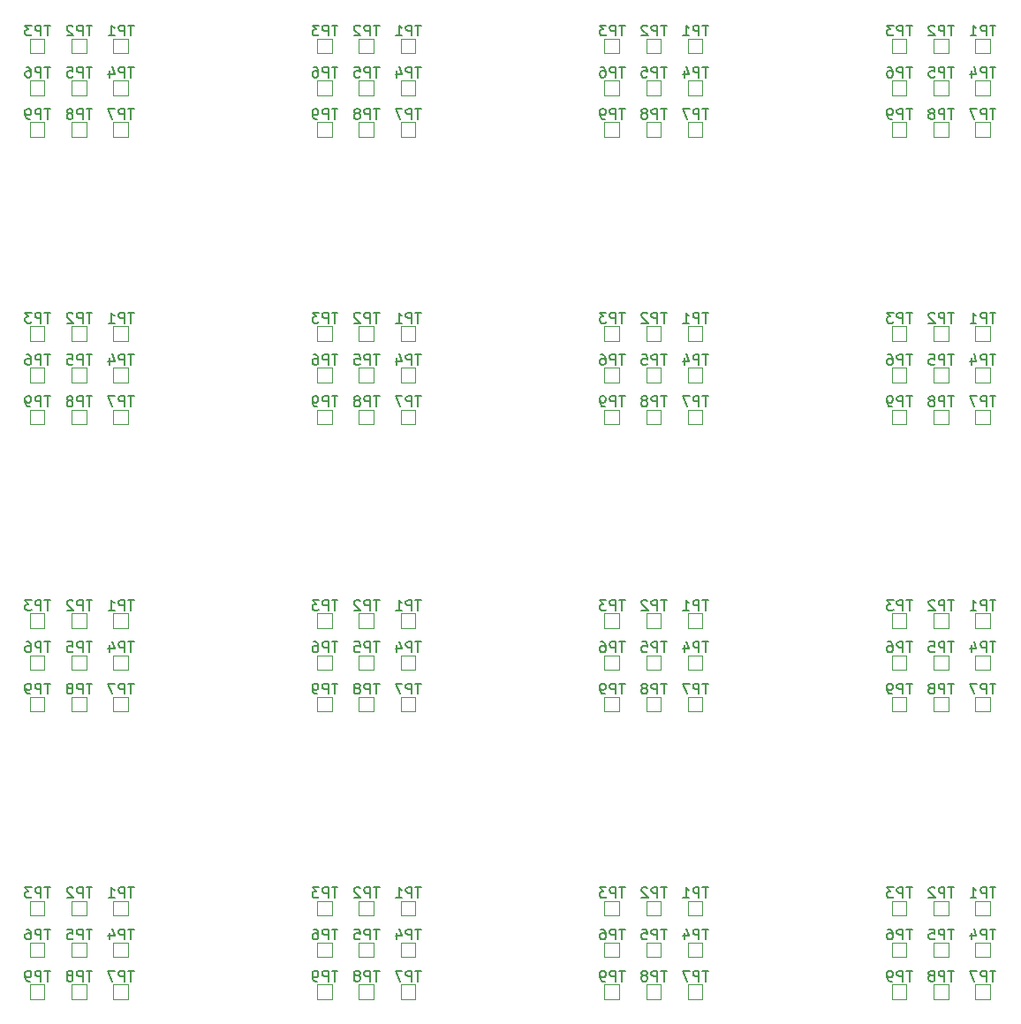
<source format=gbr>
%TF.GenerationSoftware,KiCad,Pcbnew,(6.0.7)*%
%TF.CreationDate,2022-10-24T21:44:15-05:00*%
%TF.ProjectId,Panelized,50616e65-6c69-47a6-9564-2e6b69636164,4*%
%TF.SameCoordinates,Original*%
%TF.FileFunction,Legend,Bot*%
%TF.FilePolarity,Positive*%
%FSLAX46Y46*%
G04 Gerber Fmt 4.6, Leading zero omitted, Abs format (unit mm)*
G04 Created by KiCad (PCBNEW (6.0.7)) date 2022-10-24 21:44:15*
%MOMM*%
%LPD*%
G01*
G04 APERTURE LIST*
%ADD10C,0.150000*%
%ADD11C,0.120000*%
G04 APERTURE END LIST*
D10*
%TO.C,TP4*%
X95841904Y-88584380D02*
X95270476Y-88584380D01*
X95556190Y-89584380D02*
X95556190Y-88584380D01*
X94937142Y-89584380D02*
X94937142Y-88584380D01*
X94556190Y-88584380D01*
X94460952Y-88632000D01*
X94413333Y-88679619D01*
X94365714Y-88774857D01*
X94365714Y-88917714D01*
X94413333Y-89012952D01*
X94460952Y-89060571D01*
X94556190Y-89108190D01*
X94937142Y-89108190D01*
X93508571Y-88917714D02*
X93508571Y-89584380D01*
X93746666Y-88536761D02*
X93984761Y-89251047D01*
X93365714Y-89251047D01*
%TO.C,TP3*%
X32761904Y-57044380D02*
X32190476Y-57044380D01*
X32476190Y-58044380D02*
X32476190Y-57044380D01*
X31857142Y-58044380D02*
X31857142Y-57044380D01*
X31476190Y-57044380D01*
X31380952Y-57092000D01*
X31333333Y-57139619D01*
X31285714Y-57234857D01*
X31285714Y-57377714D01*
X31333333Y-57472952D01*
X31380952Y-57520571D01*
X31476190Y-57568190D01*
X31857142Y-57568190D01*
X30952380Y-57044380D02*
X30333333Y-57044380D01*
X30666666Y-57425333D01*
X30523809Y-57425333D01*
X30428571Y-57472952D01*
X30380952Y-57520571D01*
X30333333Y-57615809D01*
X30333333Y-57853904D01*
X30380952Y-57949142D01*
X30428571Y-57996761D01*
X30523809Y-58044380D01*
X30809523Y-58044380D01*
X30904761Y-57996761D01*
X30952380Y-57949142D01*
%TO.C,TP6*%
X115381904Y-61044380D02*
X114810476Y-61044380D01*
X115096190Y-62044380D02*
X115096190Y-61044380D01*
X114477142Y-62044380D02*
X114477142Y-61044380D01*
X114096190Y-61044380D01*
X114000952Y-61092000D01*
X113953333Y-61139619D01*
X113905714Y-61234857D01*
X113905714Y-61377714D01*
X113953333Y-61472952D01*
X114000952Y-61520571D01*
X114096190Y-61568190D01*
X114477142Y-61568190D01*
X113048571Y-61044380D02*
X113239047Y-61044380D01*
X113334285Y-61092000D01*
X113381904Y-61139619D01*
X113477142Y-61282476D01*
X113524761Y-61472952D01*
X113524761Y-61853904D01*
X113477142Y-61949142D01*
X113429523Y-61996761D01*
X113334285Y-62044380D01*
X113143809Y-62044380D01*
X113048571Y-61996761D01*
X113000952Y-61949142D01*
X112953333Y-61853904D01*
X112953333Y-61615809D01*
X113000952Y-61520571D01*
X113048571Y-61472952D01*
X113143809Y-61425333D01*
X113334285Y-61425333D01*
X113429523Y-61472952D01*
X113477142Y-61520571D01*
X113524761Y-61615809D01*
%TO.C,TP8*%
X36761904Y-37504380D02*
X36190476Y-37504380D01*
X36476190Y-38504380D02*
X36476190Y-37504380D01*
X35857142Y-38504380D02*
X35857142Y-37504380D01*
X35476190Y-37504380D01*
X35380952Y-37552000D01*
X35333333Y-37599619D01*
X35285714Y-37694857D01*
X35285714Y-37837714D01*
X35333333Y-37932952D01*
X35380952Y-37980571D01*
X35476190Y-38028190D01*
X35857142Y-38028190D01*
X34714285Y-37932952D02*
X34809523Y-37885333D01*
X34857142Y-37837714D01*
X34904761Y-37742476D01*
X34904761Y-37694857D01*
X34857142Y-37599619D01*
X34809523Y-37552000D01*
X34714285Y-37504380D01*
X34523809Y-37504380D01*
X34428571Y-37552000D01*
X34380952Y-37599619D01*
X34333333Y-37694857D01*
X34333333Y-37742476D01*
X34380952Y-37837714D01*
X34428571Y-37885333D01*
X34523809Y-37932952D01*
X34714285Y-37932952D01*
X34809523Y-37980571D01*
X34857142Y-38028190D01*
X34904761Y-38123428D01*
X34904761Y-38313904D01*
X34857142Y-38409142D01*
X34809523Y-38456761D01*
X34714285Y-38504380D01*
X34523809Y-38504380D01*
X34428571Y-38456761D01*
X34380952Y-38409142D01*
X34333333Y-38313904D01*
X34333333Y-38123428D01*
X34380952Y-38028190D01*
X34428571Y-37980571D01*
X34523809Y-37932952D01*
%TO.C,TP5*%
X36761904Y-116124380D02*
X36190476Y-116124380D01*
X36476190Y-117124380D02*
X36476190Y-116124380D01*
X35857142Y-117124380D02*
X35857142Y-116124380D01*
X35476190Y-116124380D01*
X35380952Y-116172000D01*
X35333333Y-116219619D01*
X35285714Y-116314857D01*
X35285714Y-116457714D01*
X35333333Y-116552952D01*
X35380952Y-116600571D01*
X35476190Y-116648190D01*
X35857142Y-116648190D01*
X34380952Y-116124380D02*
X34857142Y-116124380D01*
X34904761Y-116600571D01*
X34857142Y-116552952D01*
X34761904Y-116505333D01*
X34523809Y-116505333D01*
X34428571Y-116552952D01*
X34380952Y-116600571D01*
X34333333Y-116695809D01*
X34333333Y-116933904D01*
X34380952Y-117029142D01*
X34428571Y-117076761D01*
X34523809Y-117124380D01*
X34761904Y-117124380D01*
X34857142Y-117076761D01*
X34904761Y-117029142D01*
%TO.C,TP3*%
X115381904Y-112124380D02*
X114810476Y-112124380D01*
X115096190Y-113124380D02*
X115096190Y-112124380D01*
X114477142Y-113124380D02*
X114477142Y-112124380D01*
X114096190Y-112124380D01*
X114000952Y-112172000D01*
X113953333Y-112219619D01*
X113905714Y-112314857D01*
X113905714Y-112457714D01*
X113953333Y-112552952D01*
X114000952Y-112600571D01*
X114096190Y-112648190D01*
X114477142Y-112648190D01*
X113572380Y-112124380D02*
X112953333Y-112124380D01*
X113286666Y-112505333D01*
X113143809Y-112505333D01*
X113048571Y-112552952D01*
X113000952Y-112600571D01*
X112953333Y-112695809D01*
X112953333Y-112933904D01*
X113000952Y-113029142D01*
X113048571Y-113076761D01*
X113143809Y-113124380D01*
X113429523Y-113124380D01*
X113524761Y-113076761D01*
X113572380Y-113029142D01*
%TO.C,TP5*%
X36761904Y-33504380D02*
X36190476Y-33504380D01*
X36476190Y-34504380D02*
X36476190Y-33504380D01*
X35857142Y-34504380D02*
X35857142Y-33504380D01*
X35476190Y-33504380D01*
X35380952Y-33552000D01*
X35333333Y-33599619D01*
X35285714Y-33694857D01*
X35285714Y-33837714D01*
X35333333Y-33932952D01*
X35380952Y-33980571D01*
X35476190Y-34028190D01*
X35857142Y-34028190D01*
X34380952Y-33504380D02*
X34857142Y-33504380D01*
X34904761Y-33980571D01*
X34857142Y-33932952D01*
X34761904Y-33885333D01*
X34523809Y-33885333D01*
X34428571Y-33932952D01*
X34380952Y-33980571D01*
X34333333Y-34075809D01*
X34333333Y-34313904D01*
X34380952Y-34409142D01*
X34428571Y-34456761D01*
X34523809Y-34504380D01*
X34761904Y-34504380D01*
X34857142Y-34456761D01*
X34904761Y-34409142D01*
%TO.C,TP9*%
X32761904Y-65044380D02*
X32190476Y-65044380D01*
X32476190Y-66044380D02*
X32476190Y-65044380D01*
X31857142Y-66044380D02*
X31857142Y-65044380D01*
X31476190Y-65044380D01*
X31380952Y-65092000D01*
X31333333Y-65139619D01*
X31285714Y-65234857D01*
X31285714Y-65377714D01*
X31333333Y-65472952D01*
X31380952Y-65520571D01*
X31476190Y-65568190D01*
X31857142Y-65568190D01*
X30809523Y-66044380D02*
X30619047Y-66044380D01*
X30523809Y-65996761D01*
X30476190Y-65949142D01*
X30380952Y-65806285D01*
X30333333Y-65615809D01*
X30333333Y-65234857D01*
X30380952Y-65139619D01*
X30428571Y-65092000D01*
X30523809Y-65044380D01*
X30714285Y-65044380D01*
X30809523Y-65092000D01*
X30857142Y-65139619D01*
X30904761Y-65234857D01*
X30904761Y-65472952D01*
X30857142Y-65568190D01*
X30809523Y-65615809D01*
X30714285Y-65663428D01*
X30523809Y-65663428D01*
X30428571Y-65615809D01*
X30380952Y-65568190D01*
X30333333Y-65472952D01*
%TO.C,TP6*%
X115381904Y-116124380D02*
X114810476Y-116124380D01*
X115096190Y-117124380D02*
X115096190Y-116124380D01*
X114477142Y-117124380D02*
X114477142Y-116124380D01*
X114096190Y-116124380D01*
X114000952Y-116172000D01*
X113953333Y-116219619D01*
X113905714Y-116314857D01*
X113905714Y-116457714D01*
X113953333Y-116552952D01*
X114000952Y-116600571D01*
X114096190Y-116648190D01*
X114477142Y-116648190D01*
X113048571Y-116124380D02*
X113239047Y-116124380D01*
X113334285Y-116172000D01*
X113381904Y-116219619D01*
X113477142Y-116362476D01*
X113524761Y-116552952D01*
X113524761Y-116933904D01*
X113477142Y-117029142D01*
X113429523Y-117076761D01*
X113334285Y-117124380D01*
X113143809Y-117124380D01*
X113048571Y-117076761D01*
X113000952Y-117029142D01*
X112953333Y-116933904D01*
X112953333Y-116695809D01*
X113000952Y-116600571D01*
X113048571Y-116552952D01*
X113143809Y-116505333D01*
X113334285Y-116505333D01*
X113429523Y-116552952D01*
X113477142Y-116600571D01*
X113524761Y-116695809D01*
%TO.C,TP1*%
X40761904Y-112124380D02*
X40190476Y-112124380D01*
X40476190Y-113124380D02*
X40476190Y-112124380D01*
X39857142Y-113124380D02*
X39857142Y-112124380D01*
X39476190Y-112124380D01*
X39380952Y-112172000D01*
X39333333Y-112219619D01*
X39285714Y-112314857D01*
X39285714Y-112457714D01*
X39333333Y-112552952D01*
X39380952Y-112600571D01*
X39476190Y-112648190D01*
X39857142Y-112648190D01*
X38333333Y-113124380D02*
X38904761Y-113124380D01*
X38619047Y-113124380D02*
X38619047Y-112124380D01*
X38714285Y-112267238D01*
X38809523Y-112362476D01*
X38904761Y-112410095D01*
%TO.C,TP9*%
X115381904Y-65044380D02*
X114810476Y-65044380D01*
X115096190Y-66044380D02*
X115096190Y-65044380D01*
X114477142Y-66044380D02*
X114477142Y-65044380D01*
X114096190Y-65044380D01*
X114000952Y-65092000D01*
X113953333Y-65139619D01*
X113905714Y-65234857D01*
X113905714Y-65377714D01*
X113953333Y-65472952D01*
X114000952Y-65520571D01*
X114096190Y-65568190D01*
X114477142Y-65568190D01*
X113429523Y-66044380D02*
X113239047Y-66044380D01*
X113143809Y-65996761D01*
X113096190Y-65949142D01*
X113000952Y-65806285D01*
X112953333Y-65615809D01*
X112953333Y-65234857D01*
X113000952Y-65139619D01*
X113048571Y-65092000D01*
X113143809Y-65044380D01*
X113334285Y-65044380D01*
X113429523Y-65092000D01*
X113477142Y-65139619D01*
X113524761Y-65234857D01*
X113524761Y-65472952D01*
X113477142Y-65568190D01*
X113429523Y-65615809D01*
X113334285Y-65663428D01*
X113143809Y-65663428D01*
X113048571Y-65615809D01*
X113000952Y-65568190D01*
X112953333Y-65472952D01*
X60301904Y-92584380D02*
X59730476Y-92584380D01*
X60016190Y-93584380D02*
X60016190Y-92584380D01*
X59397142Y-93584380D02*
X59397142Y-92584380D01*
X59016190Y-92584380D01*
X58920952Y-92632000D01*
X58873333Y-92679619D01*
X58825714Y-92774857D01*
X58825714Y-92917714D01*
X58873333Y-93012952D01*
X58920952Y-93060571D01*
X59016190Y-93108190D01*
X59397142Y-93108190D01*
X58349523Y-93584380D02*
X58159047Y-93584380D01*
X58063809Y-93536761D01*
X58016190Y-93489142D01*
X57920952Y-93346285D01*
X57873333Y-93155809D01*
X57873333Y-92774857D01*
X57920952Y-92679619D01*
X57968571Y-92632000D01*
X58063809Y-92584380D01*
X58254285Y-92584380D01*
X58349523Y-92632000D01*
X58397142Y-92679619D01*
X58444761Y-92774857D01*
X58444761Y-93012952D01*
X58397142Y-93108190D01*
X58349523Y-93155809D01*
X58254285Y-93203428D01*
X58063809Y-93203428D01*
X57968571Y-93155809D01*
X57920952Y-93108190D01*
X57873333Y-93012952D01*
%TO.C,TP6*%
X60301904Y-88584380D02*
X59730476Y-88584380D01*
X60016190Y-89584380D02*
X60016190Y-88584380D01*
X59397142Y-89584380D02*
X59397142Y-88584380D01*
X59016190Y-88584380D01*
X58920952Y-88632000D01*
X58873333Y-88679619D01*
X58825714Y-88774857D01*
X58825714Y-88917714D01*
X58873333Y-89012952D01*
X58920952Y-89060571D01*
X59016190Y-89108190D01*
X59397142Y-89108190D01*
X57968571Y-88584380D02*
X58159047Y-88584380D01*
X58254285Y-88632000D01*
X58301904Y-88679619D01*
X58397142Y-88822476D01*
X58444761Y-89012952D01*
X58444761Y-89393904D01*
X58397142Y-89489142D01*
X58349523Y-89536761D01*
X58254285Y-89584380D01*
X58063809Y-89584380D01*
X57968571Y-89536761D01*
X57920952Y-89489142D01*
X57873333Y-89393904D01*
X57873333Y-89155809D01*
X57920952Y-89060571D01*
X57968571Y-89012952D01*
X58063809Y-88965333D01*
X58254285Y-88965333D01*
X58349523Y-89012952D01*
X58397142Y-89060571D01*
X58444761Y-89155809D01*
%TO.C,TP9*%
X115381904Y-92584380D02*
X114810476Y-92584380D01*
X115096190Y-93584380D02*
X115096190Y-92584380D01*
X114477142Y-93584380D02*
X114477142Y-92584380D01*
X114096190Y-92584380D01*
X114000952Y-92632000D01*
X113953333Y-92679619D01*
X113905714Y-92774857D01*
X113905714Y-92917714D01*
X113953333Y-93012952D01*
X114000952Y-93060571D01*
X114096190Y-93108190D01*
X114477142Y-93108190D01*
X113429523Y-93584380D02*
X113239047Y-93584380D01*
X113143809Y-93536761D01*
X113096190Y-93489142D01*
X113000952Y-93346285D01*
X112953333Y-93155809D01*
X112953333Y-92774857D01*
X113000952Y-92679619D01*
X113048571Y-92632000D01*
X113143809Y-92584380D01*
X113334285Y-92584380D01*
X113429523Y-92632000D01*
X113477142Y-92679619D01*
X113524761Y-92774857D01*
X113524761Y-93012952D01*
X113477142Y-93108190D01*
X113429523Y-93155809D01*
X113334285Y-93203428D01*
X113143809Y-93203428D01*
X113048571Y-93155809D01*
X113000952Y-93108190D01*
X112953333Y-93012952D01*
%TO.C,TP3*%
X87841904Y-29504380D02*
X87270476Y-29504380D01*
X87556190Y-30504380D02*
X87556190Y-29504380D01*
X86937142Y-30504380D02*
X86937142Y-29504380D01*
X86556190Y-29504380D01*
X86460952Y-29552000D01*
X86413333Y-29599619D01*
X86365714Y-29694857D01*
X86365714Y-29837714D01*
X86413333Y-29932952D01*
X86460952Y-29980571D01*
X86556190Y-30028190D01*
X86937142Y-30028190D01*
X86032380Y-29504380D02*
X85413333Y-29504380D01*
X85746666Y-29885333D01*
X85603809Y-29885333D01*
X85508571Y-29932952D01*
X85460952Y-29980571D01*
X85413333Y-30075809D01*
X85413333Y-30313904D01*
X85460952Y-30409142D01*
X85508571Y-30456761D01*
X85603809Y-30504380D01*
X85889523Y-30504380D01*
X85984761Y-30456761D01*
X86032380Y-30409142D01*
%TO.C,TP4*%
X40761904Y-88584380D02*
X40190476Y-88584380D01*
X40476190Y-89584380D02*
X40476190Y-88584380D01*
X39857142Y-89584380D02*
X39857142Y-88584380D01*
X39476190Y-88584380D01*
X39380952Y-88632000D01*
X39333333Y-88679619D01*
X39285714Y-88774857D01*
X39285714Y-88917714D01*
X39333333Y-89012952D01*
X39380952Y-89060571D01*
X39476190Y-89108190D01*
X39857142Y-89108190D01*
X38428571Y-88917714D02*
X38428571Y-89584380D01*
X38666666Y-88536761D02*
X38904761Y-89251047D01*
X38285714Y-89251047D01*
%TO.C,TP5*%
X64301904Y-33504380D02*
X63730476Y-33504380D01*
X64016190Y-34504380D02*
X64016190Y-33504380D01*
X63397142Y-34504380D02*
X63397142Y-33504380D01*
X63016190Y-33504380D01*
X62920952Y-33552000D01*
X62873333Y-33599619D01*
X62825714Y-33694857D01*
X62825714Y-33837714D01*
X62873333Y-33932952D01*
X62920952Y-33980571D01*
X63016190Y-34028190D01*
X63397142Y-34028190D01*
X61920952Y-33504380D02*
X62397142Y-33504380D01*
X62444761Y-33980571D01*
X62397142Y-33932952D01*
X62301904Y-33885333D01*
X62063809Y-33885333D01*
X61968571Y-33932952D01*
X61920952Y-33980571D01*
X61873333Y-34075809D01*
X61873333Y-34313904D01*
X61920952Y-34409142D01*
X61968571Y-34456761D01*
X62063809Y-34504380D01*
X62301904Y-34504380D01*
X62397142Y-34456761D01*
X62444761Y-34409142D01*
%TO.C,TP9*%
X87841904Y-65044380D02*
X87270476Y-65044380D01*
X87556190Y-66044380D02*
X87556190Y-65044380D01*
X86937142Y-66044380D02*
X86937142Y-65044380D01*
X86556190Y-65044380D01*
X86460952Y-65092000D01*
X86413333Y-65139619D01*
X86365714Y-65234857D01*
X86365714Y-65377714D01*
X86413333Y-65472952D01*
X86460952Y-65520571D01*
X86556190Y-65568190D01*
X86937142Y-65568190D01*
X85889523Y-66044380D02*
X85699047Y-66044380D01*
X85603809Y-65996761D01*
X85556190Y-65949142D01*
X85460952Y-65806285D01*
X85413333Y-65615809D01*
X85413333Y-65234857D01*
X85460952Y-65139619D01*
X85508571Y-65092000D01*
X85603809Y-65044380D01*
X85794285Y-65044380D01*
X85889523Y-65092000D01*
X85937142Y-65139619D01*
X85984761Y-65234857D01*
X85984761Y-65472952D01*
X85937142Y-65568190D01*
X85889523Y-65615809D01*
X85794285Y-65663428D01*
X85603809Y-65663428D01*
X85508571Y-65615809D01*
X85460952Y-65568190D01*
X85413333Y-65472952D01*
X60301904Y-120124380D02*
X59730476Y-120124380D01*
X60016190Y-121124380D02*
X60016190Y-120124380D01*
X59397142Y-121124380D02*
X59397142Y-120124380D01*
X59016190Y-120124380D01*
X58920952Y-120172000D01*
X58873333Y-120219619D01*
X58825714Y-120314857D01*
X58825714Y-120457714D01*
X58873333Y-120552952D01*
X58920952Y-120600571D01*
X59016190Y-120648190D01*
X59397142Y-120648190D01*
X58349523Y-121124380D02*
X58159047Y-121124380D01*
X58063809Y-121076761D01*
X58016190Y-121029142D01*
X57920952Y-120886285D01*
X57873333Y-120695809D01*
X57873333Y-120314857D01*
X57920952Y-120219619D01*
X57968571Y-120172000D01*
X58063809Y-120124380D01*
X58254285Y-120124380D01*
X58349523Y-120172000D01*
X58397142Y-120219619D01*
X58444761Y-120314857D01*
X58444761Y-120552952D01*
X58397142Y-120648190D01*
X58349523Y-120695809D01*
X58254285Y-120743428D01*
X58063809Y-120743428D01*
X57968571Y-120695809D01*
X57920952Y-120648190D01*
X57873333Y-120552952D01*
%TO.C,TP6*%
X87841904Y-88584380D02*
X87270476Y-88584380D01*
X87556190Y-89584380D02*
X87556190Y-88584380D01*
X86937142Y-89584380D02*
X86937142Y-88584380D01*
X86556190Y-88584380D01*
X86460952Y-88632000D01*
X86413333Y-88679619D01*
X86365714Y-88774857D01*
X86365714Y-88917714D01*
X86413333Y-89012952D01*
X86460952Y-89060571D01*
X86556190Y-89108190D01*
X86937142Y-89108190D01*
X85508571Y-88584380D02*
X85699047Y-88584380D01*
X85794285Y-88632000D01*
X85841904Y-88679619D01*
X85937142Y-88822476D01*
X85984761Y-89012952D01*
X85984761Y-89393904D01*
X85937142Y-89489142D01*
X85889523Y-89536761D01*
X85794285Y-89584380D01*
X85603809Y-89584380D01*
X85508571Y-89536761D01*
X85460952Y-89489142D01*
X85413333Y-89393904D01*
X85413333Y-89155809D01*
X85460952Y-89060571D01*
X85508571Y-89012952D01*
X85603809Y-88965333D01*
X85794285Y-88965333D01*
X85889523Y-89012952D01*
X85937142Y-89060571D01*
X85984761Y-89155809D01*
%TO.C,TP1*%
X95841904Y-29504380D02*
X95270476Y-29504380D01*
X95556190Y-30504380D02*
X95556190Y-29504380D01*
X94937142Y-30504380D02*
X94937142Y-29504380D01*
X94556190Y-29504380D01*
X94460952Y-29552000D01*
X94413333Y-29599619D01*
X94365714Y-29694857D01*
X94365714Y-29837714D01*
X94413333Y-29932952D01*
X94460952Y-29980571D01*
X94556190Y-30028190D01*
X94937142Y-30028190D01*
X93413333Y-30504380D02*
X93984761Y-30504380D01*
X93699047Y-30504380D02*
X93699047Y-29504380D01*
X93794285Y-29647238D01*
X93889523Y-29742476D01*
X93984761Y-29790095D01*
%TO.C,TP6*%
X87841904Y-33504380D02*
X87270476Y-33504380D01*
X87556190Y-34504380D02*
X87556190Y-33504380D01*
X86937142Y-34504380D02*
X86937142Y-33504380D01*
X86556190Y-33504380D01*
X86460952Y-33552000D01*
X86413333Y-33599619D01*
X86365714Y-33694857D01*
X86365714Y-33837714D01*
X86413333Y-33932952D01*
X86460952Y-33980571D01*
X86556190Y-34028190D01*
X86937142Y-34028190D01*
X85508571Y-33504380D02*
X85699047Y-33504380D01*
X85794285Y-33552000D01*
X85841904Y-33599619D01*
X85937142Y-33742476D01*
X85984761Y-33932952D01*
X85984761Y-34313904D01*
X85937142Y-34409142D01*
X85889523Y-34456761D01*
X85794285Y-34504380D01*
X85603809Y-34504380D01*
X85508571Y-34456761D01*
X85460952Y-34409142D01*
X85413333Y-34313904D01*
X85413333Y-34075809D01*
X85460952Y-33980571D01*
X85508571Y-33932952D01*
X85603809Y-33885333D01*
X85794285Y-33885333D01*
X85889523Y-33932952D01*
X85937142Y-33980571D01*
X85984761Y-34075809D01*
%TO.C,TP2*%
X36761904Y-84584380D02*
X36190476Y-84584380D01*
X36476190Y-85584380D02*
X36476190Y-84584380D01*
X35857142Y-85584380D02*
X35857142Y-84584380D01*
X35476190Y-84584380D01*
X35380952Y-84632000D01*
X35333333Y-84679619D01*
X35285714Y-84774857D01*
X35285714Y-84917714D01*
X35333333Y-85012952D01*
X35380952Y-85060571D01*
X35476190Y-85108190D01*
X35857142Y-85108190D01*
X34904761Y-84679619D02*
X34857142Y-84632000D01*
X34761904Y-84584380D01*
X34523809Y-84584380D01*
X34428571Y-84632000D01*
X34380952Y-84679619D01*
X34333333Y-84774857D01*
X34333333Y-84870095D01*
X34380952Y-85012952D01*
X34952380Y-85584380D01*
X34333333Y-85584380D01*
%TO.C,TP7*%
X123381904Y-120124380D02*
X122810476Y-120124380D01*
X123096190Y-121124380D02*
X123096190Y-120124380D01*
X122477142Y-121124380D02*
X122477142Y-120124380D01*
X122096190Y-120124380D01*
X122000952Y-120172000D01*
X121953333Y-120219619D01*
X121905714Y-120314857D01*
X121905714Y-120457714D01*
X121953333Y-120552952D01*
X122000952Y-120600571D01*
X122096190Y-120648190D01*
X122477142Y-120648190D01*
X121572380Y-120124380D02*
X120905714Y-120124380D01*
X121334285Y-121124380D01*
%TO.C,TP9*%
X60301904Y-65044380D02*
X59730476Y-65044380D01*
X60016190Y-66044380D02*
X60016190Y-65044380D01*
X59397142Y-66044380D02*
X59397142Y-65044380D01*
X59016190Y-65044380D01*
X58920952Y-65092000D01*
X58873333Y-65139619D01*
X58825714Y-65234857D01*
X58825714Y-65377714D01*
X58873333Y-65472952D01*
X58920952Y-65520571D01*
X59016190Y-65568190D01*
X59397142Y-65568190D01*
X58349523Y-66044380D02*
X58159047Y-66044380D01*
X58063809Y-65996761D01*
X58016190Y-65949142D01*
X57920952Y-65806285D01*
X57873333Y-65615809D01*
X57873333Y-65234857D01*
X57920952Y-65139619D01*
X57968571Y-65092000D01*
X58063809Y-65044380D01*
X58254285Y-65044380D01*
X58349523Y-65092000D01*
X58397142Y-65139619D01*
X58444761Y-65234857D01*
X58444761Y-65472952D01*
X58397142Y-65568190D01*
X58349523Y-65615809D01*
X58254285Y-65663428D01*
X58063809Y-65663428D01*
X57968571Y-65615809D01*
X57920952Y-65568190D01*
X57873333Y-65472952D01*
%TO.C,TP4*%
X40761904Y-33504380D02*
X40190476Y-33504380D01*
X40476190Y-34504380D02*
X40476190Y-33504380D01*
X39857142Y-34504380D02*
X39857142Y-33504380D01*
X39476190Y-33504380D01*
X39380952Y-33552000D01*
X39333333Y-33599619D01*
X39285714Y-33694857D01*
X39285714Y-33837714D01*
X39333333Y-33932952D01*
X39380952Y-33980571D01*
X39476190Y-34028190D01*
X39857142Y-34028190D01*
X38428571Y-33837714D02*
X38428571Y-34504380D01*
X38666666Y-33456761D02*
X38904761Y-34171047D01*
X38285714Y-34171047D01*
%TO.C,TP5*%
X91841904Y-88584380D02*
X91270476Y-88584380D01*
X91556190Y-89584380D02*
X91556190Y-88584380D01*
X90937142Y-89584380D02*
X90937142Y-88584380D01*
X90556190Y-88584380D01*
X90460952Y-88632000D01*
X90413333Y-88679619D01*
X90365714Y-88774857D01*
X90365714Y-88917714D01*
X90413333Y-89012952D01*
X90460952Y-89060571D01*
X90556190Y-89108190D01*
X90937142Y-89108190D01*
X89460952Y-88584380D02*
X89937142Y-88584380D01*
X89984761Y-89060571D01*
X89937142Y-89012952D01*
X89841904Y-88965333D01*
X89603809Y-88965333D01*
X89508571Y-89012952D01*
X89460952Y-89060571D01*
X89413333Y-89155809D01*
X89413333Y-89393904D01*
X89460952Y-89489142D01*
X89508571Y-89536761D01*
X89603809Y-89584380D01*
X89841904Y-89584380D01*
X89937142Y-89536761D01*
X89984761Y-89489142D01*
%TO.C,TP2*%
X91841904Y-57044380D02*
X91270476Y-57044380D01*
X91556190Y-58044380D02*
X91556190Y-57044380D01*
X90937142Y-58044380D02*
X90937142Y-57044380D01*
X90556190Y-57044380D01*
X90460952Y-57092000D01*
X90413333Y-57139619D01*
X90365714Y-57234857D01*
X90365714Y-57377714D01*
X90413333Y-57472952D01*
X90460952Y-57520571D01*
X90556190Y-57568190D01*
X90937142Y-57568190D01*
X89984761Y-57139619D02*
X89937142Y-57092000D01*
X89841904Y-57044380D01*
X89603809Y-57044380D01*
X89508571Y-57092000D01*
X89460952Y-57139619D01*
X89413333Y-57234857D01*
X89413333Y-57330095D01*
X89460952Y-57472952D01*
X90032380Y-58044380D01*
X89413333Y-58044380D01*
%TO.C,TP4*%
X123381904Y-33504380D02*
X122810476Y-33504380D01*
X123096190Y-34504380D02*
X123096190Y-33504380D01*
X122477142Y-34504380D02*
X122477142Y-33504380D01*
X122096190Y-33504380D01*
X122000952Y-33552000D01*
X121953333Y-33599619D01*
X121905714Y-33694857D01*
X121905714Y-33837714D01*
X121953333Y-33932952D01*
X122000952Y-33980571D01*
X122096190Y-34028190D01*
X122477142Y-34028190D01*
X121048571Y-33837714D02*
X121048571Y-34504380D01*
X121286666Y-33456761D02*
X121524761Y-34171047D01*
X120905714Y-34171047D01*
%TO.C,TP3*%
X87841904Y-84584380D02*
X87270476Y-84584380D01*
X87556190Y-85584380D02*
X87556190Y-84584380D01*
X86937142Y-85584380D02*
X86937142Y-84584380D01*
X86556190Y-84584380D01*
X86460952Y-84632000D01*
X86413333Y-84679619D01*
X86365714Y-84774857D01*
X86365714Y-84917714D01*
X86413333Y-85012952D01*
X86460952Y-85060571D01*
X86556190Y-85108190D01*
X86937142Y-85108190D01*
X86032380Y-84584380D02*
X85413333Y-84584380D01*
X85746666Y-84965333D01*
X85603809Y-84965333D01*
X85508571Y-85012952D01*
X85460952Y-85060571D01*
X85413333Y-85155809D01*
X85413333Y-85393904D01*
X85460952Y-85489142D01*
X85508571Y-85536761D01*
X85603809Y-85584380D01*
X85889523Y-85584380D01*
X85984761Y-85536761D01*
X86032380Y-85489142D01*
%TO.C,TP5*%
X91841904Y-61044380D02*
X91270476Y-61044380D01*
X91556190Y-62044380D02*
X91556190Y-61044380D01*
X90937142Y-62044380D02*
X90937142Y-61044380D01*
X90556190Y-61044380D01*
X90460952Y-61092000D01*
X90413333Y-61139619D01*
X90365714Y-61234857D01*
X90365714Y-61377714D01*
X90413333Y-61472952D01*
X90460952Y-61520571D01*
X90556190Y-61568190D01*
X90937142Y-61568190D01*
X89460952Y-61044380D02*
X89937142Y-61044380D01*
X89984761Y-61520571D01*
X89937142Y-61472952D01*
X89841904Y-61425333D01*
X89603809Y-61425333D01*
X89508571Y-61472952D01*
X89460952Y-61520571D01*
X89413333Y-61615809D01*
X89413333Y-61853904D01*
X89460952Y-61949142D01*
X89508571Y-61996761D01*
X89603809Y-62044380D01*
X89841904Y-62044380D01*
X89937142Y-61996761D01*
X89984761Y-61949142D01*
%TO.C,TP6*%
X115381904Y-88584380D02*
X114810476Y-88584380D01*
X115096190Y-89584380D02*
X115096190Y-88584380D01*
X114477142Y-89584380D02*
X114477142Y-88584380D01*
X114096190Y-88584380D01*
X114000952Y-88632000D01*
X113953333Y-88679619D01*
X113905714Y-88774857D01*
X113905714Y-88917714D01*
X113953333Y-89012952D01*
X114000952Y-89060571D01*
X114096190Y-89108190D01*
X114477142Y-89108190D01*
X113048571Y-88584380D02*
X113239047Y-88584380D01*
X113334285Y-88632000D01*
X113381904Y-88679619D01*
X113477142Y-88822476D01*
X113524761Y-89012952D01*
X113524761Y-89393904D01*
X113477142Y-89489142D01*
X113429523Y-89536761D01*
X113334285Y-89584380D01*
X113143809Y-89584380D01*
X113048571Y-89536761D01*
X113000952Y-89489142D01*
X112953333Y-89393904D01*
X112953333Y-89155809D01*
X113000952Y-89060571D01*
X113048571Y-89012952D01*
X113143809Y-88965333D01*
X113334285Y-88965333D01*
X113429523Y-89012952D01*
X113477142Y-89060571D01*
X113524761Y-89155809D01*
%TO.C,TP3*%
X87841904Y-112124380D02*
X87270476Y-112124380D01*
X87556190Y-113124380D02*
X87556190Y-112124380D01*
X86937142Y-113124380D02*
X86937142Y-112124380D01*
X86556190Y-112124380D01*
X86460952Y-112172000D01*
X86413333Y-112219619D01*
X86365714Y-112314857D01*
X86365714Y-112457714D01*
X86413333Y-112552952D01*
X86460952Y-112600571D01*
X86556190Y-112648190D01*
X86937142Y-112648190D01*
X86032380Y-112124380D02*
X85413333Y-112124380D01*
X85746666Y-112505333D01*
X85603809Y-112505333D01*
X85508571Y-112552952D01*
X85460952Y-112600571D01*
X85413333Y-112695809D01*
X85413333Y-112933904D01*
X85460952Y-113029142D01*
X85508571Y-113076761D01*
X85603809Y-113124380D01*
X85889523Y-113124380D01*
X85984761Y-113076761D01*
X86032380Y-113029142D01*
%TO.C,TP2*%
X36761904Y-57044380D02*
X36190476Y-57044380D01*
X36476190Y-58044380D02*
X36476190Y-57044380D01*
X35857142Y-58044380D02*
X35857142Y-57044380D01*
X35476190Y-57044380D01*
X35380952Y-57092000D01*
X35333333Y-57139619D01*
X35285714Y-57234857D01*
X35285714Y-57377714D01*
X35333333Y-57472952D01*
X35380952Y-57520571D01*
X35476190Y-57568190D01*
X35857142Y-57568190D01*
X34904761Y-57139619D02*
X34857142Y-57092000D01*
X34761904Y-57044380D01*
X34523809Y-57044380D01*
X34428571Y-57092000D01*
X34380952Y-57139619D01*
X34333333Y-57234857D01*
X34333333Y-57330095D01*
X34380952Y-57472952D01*
X34952380Y-58044380D01*
X34333333Y-58044380D01*
%TO.C,TP8*%
X91841904Y-37504380D02*
X91270476Y-37504380D01*
X91556190Y-38504380D02*
X91556190Y-37504380D01*
X90937142Y-38504380D02*
X90937142Y-37504380D01*
X90556190Y-37504380D01*
X90460952Y-37552000D01*
X90413333Y-37599619D01*
X90365714Y-37694857D01*
X90365714Y-37837714D01*
X90413333Y-37932952D01*
X90460952Y-37980571D01*
X90556190Y-38028190D01*
X90937142Y-38028190D01*
X89794285Y-37932952D02*
X89889523Y-37885333D01*
X89937142Y-37837714D01*
X89984761Y-37742476D01*
X89984761Y-37694857D01*
X89937142Y-37599619D01*
X89889523Y-37552000D01*
X89794285Y-37504380D01*
X89603809Y-37504380D01*
X89508571Y-37552000D01*
X89460952Y-37599619D01*
X89413333Y-37694857D01*
X89413333Y-37742476D01*
X89460952Y-37837714D01*
X89508571Y-37885333D01*
X89603809Y-37932952D01*
X89794285Y-37932952D01*
X89889523Y-37980571D01*
X89937142Y-38028190D01*
X89984761Y-38123428D01*
X89984761Y-38313904D01*
X89937142Y-38409142D01*
X89889523Y-38456761D01*
X89794285Y-38504380D01*
X89603809Y-38504380D01*
X89508571Y-38456761D01*
X89460952Y-38409142D01*
X89413333Y-38313904D01*
X89413333Y-38123428D01*
X89460952Y-38028190D01*
X89508571Y-37980571D01*
X89603809Y-37932952D01*
X64301904Y-37504380D02*
X63730476Y-37504380D01*
X64016190Y-38504380D02*
X64016190Y-37504380D01*
X63397142Y-38504380D02*
X63397142Y-37504380D01*
X63016190Y-37504380D01*
X62920952Y-37552000D01*
X62873333Y-37599619D01*
X62825714Y-37694857D01*
X62825714Y-37837714D01*
X62873333Y-37932952D01*
X62920952Y-37980571D01*
X63016190Y-38028190D01*
X63397142Y-38028190D01*
X62254285Y-37932952D02*
X62349523Y-37885333D01*
X62397142Y-37837714D01*
X62444761Y-37742476D01*
X62444761Y-37694857D01*
X62397142Y-37599619D01*
X62349523Y-37552000D01*
X62254285Y-37504380D01*
X62063809Y-37504380D01*
X61968571Y-37552000D01*
X61920952Y-37599619D01*
X61873333Y-37694857D01*
X61873333Y-37742476D01*
X61920952Y-37837714D01*
X61968571Y-37885333D01*
X62063809Y-37932952D01*
X62254285Y-37932952D01*
X62349523Y-37980571D01*
X62397142Y-38028190D01*
X62444761Y-38123428D01*
X62444761Y-38313904D01*
X62397142Y-38409142D01*
X62349523Y-38456761D01*
X62254285Y-38504380D01*
X62063809Y-38504380D01*
X61968571Y-38456761D01*
X61920952Y-38409142D01*
X61873333Y-38313904D01*
X61873333Y-38123428D01*
X61920952Y-38028190D01*
X61968571Y-37980571D01*
X62063809Y-37932952D01*
X64301904Y-120124380D02*
X63730476Y-120124380D01*
X64016190Y-121124380D02*
X64016190Y-120124380D01*
X63397142Y-121124380D02*
X63397142Y-120124380D01*
X63016190Y-120124380D01*
X62920952Y-120172000D01*
X62873333Y-120219619D01*
X62825714Y-120314857D01*
X62825714Y-120457714D01*
X62873333Y-120552952D01*
X62920952Y-120600571D01*
X63016190Y-120648190D01*
X63397142Y-120648190D01*
X62254285Y-120552952D02*
X62349523Y-120505333D01*
X62397142Y-120457714D01*
X62444761Y-120362476D01*
X62444761Y-120314857D01*
X62397142Y-120219619D01*
X62349523Y-120172000D01*
X62254285Y-120124380D01*
X62063809Y-120124380D01*
X61968571Y-120172000D01*
X61920952Y-120219619D01*
X61873333Y-120314857D01*
X61873333Y-120362476D01*
X61920952Y-120457714D01*
X61968571Y-120505333D01*
X62063809Y-120552952D01*
X62254285Y-120552952D01*
X62349523Y-120600571D01*
X62397142Y-120648190D01*
X62444761Y-120743428D01*
X62444761Y-120933904D01*
X62397142Y-121029142D01*
X62349523Y-121076761D01*
X62254285Y-121124380D01*
X62063809Y-121124380D01*
X61968571Y-121076761D01*
X61920952Y-121029142D01*
X61873333Y-120933904D01*
X61873333Y-120743428D01*
X61920952Y-120648190D01*
X61968571Y-120600571D01*
X62063809Y-120552952D01*
%TO.C,TP4*%
X123381904Y-88584380D02*
X122810476Y-88584380D01*
X123096190Y-89584380D02*
X123096190Y-88584380D01*
X122477142Y-89584380D02*
X122477142Y-88584380D01*
X122096190Y-88584380D01*
X122000952Y-88632000D01*
X121953333Y-88679619D01*
X121905714Y-88774857D01*
X121905714Y-88917714D01*
X121953333Y-89012952D01*
X122000952Y-89060571D01*
X122096190Y-89108190D01*
X122477142Y-89108190D01*
X121048571Y-88917714D02*
X121048571Y-89584380D01*
X121286666Y-88536761D02*
X121524761Y-89251047D01*
X120905714Y-89251047D01*
%TO.C,TP1*%
X95841904Y-84584380D02*
X95270476Y-84584380D01*
X95556190Y-85584380D02*
X95556190Y-84584380D01*
X94937142Y-85584380D02*
X94937142Y-84584380D01*
X94556190Y-84584380D01*
X94460952Y-84632000D01*
X94413333Y-84679619D01*
X94365714Y-84774857D01*
X94365714Y-84917714D01*
X94413333Y-85012952D01*
X94460952Y-85060571D01*
X94556190Y-85108190D01*
X94937142Y-85108190D01*
X93413333Y-85584380D02*
X93984761Y-85584380D01*
X93699047Y-85584380D02*
X93699047Y-84584380D01*
X93794285Y-84727238D01*
X93889523Y-84822476D01*
X93984761Y-84870095D01*
%TO.C,TP4*%
X68301904Y-116124380D02*
X67730476Y-116124380D01*
X68016190Y-117124380D02*
X68016190Y-116124380D01*
X67397142Y-117124380D02*
X67397142Y-116124380D01*
X67016190Y-116124380D01*
X66920952Y-116172000D01*
X66873333Y-116219619D01*
X66825714Y-116314857D01*
X66825714Y-116457714D01*
X66873333Y-116552952D01*
X66920952Y-116600571D01*
X67016190Y-116648190D01*
X67397142Y-116648190D01*
X65968571Y-116457714D02*
X65968571Y-117124380D01*
X66206666Y-116076761D02*
X66444761Y-116791047D01*
X65825714Y-116791047D01*
%TO.C,TP7*%
X95841904Y-92584380D02*
X95270476Y-92584380D01*
X95556190Y-93584380D02*
X95556190Y-92584380D01*
X94937142Y-93584380D02*
X94937142Y-92584380D01*
X94556190Y-92584380D01*
X94460952Y-92632000D01*
X94413333Y-92679619D01*
X94365714Y-92774857D01*
X94365714Y-92917714D01*
X94413333Y-93012952D01*
X94460952Y-93060571D01*
X94556190Y-93108190D01*
X94937142Y-93108190D01*
X94032380Y-92584380D02*
X93365714Y-92584380D01*
X93794285Y-93584380D01*
%TO.C,TP8*%
X119381904Y-120124380D02*
X118810476Y-120124380D01*
X119096190Y-121124380D02*
X119096190Y-120124380D01*
X118477142Y-121124380D02*
X118477142Y-120124380D01*
X118096190Y-120124380D01*
X118000952Y-120172000D01*
X117953333Y-120219619D01*
X117905714Y-120314857D01*
X117905714Y-120457714D01*
X117953333Y-120552952D01*
X118000952Y-120600571D01*
X118096190Y-120648190D01*
X118477142Y-120648190D01*
X117334285Y-120552952D02*
X117429523Y-120505333D01*
X117477142Y-120457714D01*
X117524761Y-120362476D01*
X117524761Y-120314857D01*
X117477142Y-120219619D01*
X117429523Y-120172000D01*
X117334285Y-120124380D01*
X117143809Y-120124380D01*
X117048571Y-120172000D01*
X117000952Y-120219619D01*
X116953333Y-120314857D01*
X116953333Y-120362476D01*
X117000952Y-120457714D01*
X117048571Y-120505333D01*
X117143809Y-120552952D01*
X117334285Y-120552952D01*
X117429523Y-120600571D01*
X117477142Y-120648190D01*
X117524761Y-120743428D01*
X117524761Y-120933904D01*
X117477142Y-121029142D01*
X117429523Y-121076761D01*
X117334285Y-121124380D01*
X117143809Y-121124380D01*
X117048571Y-121076761D01*
X117000952Y-121029142D01*
X116953333Y-120933904D01*
X116953333Y-120743428D01*
X117000952Y-120648190D01*
X117048571Y-120600571D01*
X117143809Y-120552952D01*
X36761904Y-92584380D02*
X36190476Y-92584380D01*
X36476190Y-93584380D02*
X36476190Y-92584380D01*
X35857142Y-93584380D02*
X35857142Y-92584380D01*
X35476190Y-92584380D01*
X35380952Y-92632000D01*
X35333333Y-92679619D01*
X35285714Y-92774857D01*
X35285714Y-92917714D01*
X35333333Y-93012952D01*
X35380952Y-93060571D01*
X35476190Y-93108190D01*
X35857142Y-93108190D01*
X34714285Y-93012952D02*
X34809523Y-92965333D01*
X34857142Y-92917714D01*
X34904761Y-92822476D01*
X34904761Y-92774857D01*
X34857142Y-92679619D01*
X34809523Y-92632000D01*
X34714285Y-92584380D01*
X34523809Y-92584380D01*
X34428571Y-92632000D01*
X34380952Y-92679619D01*
X34333333Y-92774857D01*
X34333333Y-92822476D01*
X34380952Y-92917714D01*
X34428571Y-92965333D01*
X34523809Y-93012952D01*
X34714285Y-93012952D01*
X34809523Y-93060571D01*
X34857142Y-93108190D01*
X34904761Y-93203428D01*
X34904761Y-93393904D01*
X34857142Y-93489142D01*
X34809523Y-93536761D01*
X34714285Y-93584380D01*
X34523809Y-93584380D01*
X34428571Y-93536761D01*
X34380952Y-93489142D01*
X34333333Y-93393904D01*
X34333333Y-93203428D01*
X34380952Y-93108190D01*
X34428571Y-93060571D01*
X34523809Y-93012952D01*
%TO.C,TP4*%
X40761904Y-61044380D02*
X40190476Y-61044380D01*
X40476190Y-62044380D02*
X40476190Y-61044380D01*
X39857142Y-62044380D02*
X39857142Y-61044380D01*
X39476190Y-61044380D01*
X39380952Y-61092000D01*
X39333333Y-61139619D01*
X39285714Y-61234857D01*
X39285714Y-61377714D01*
X39333333Y-61472952D01*
X39380952Y-61520571D01*
X39476190Y-61568190D01*
X39857142Y-61568190D01*
X38428571Y-61377714D02*
X38428571Y-62044380D01*
X38666666Y-60996761D02*
X38904761Y-61711047D01*
X38285714Y-61711047D01*
%TO.C,TP2*%
X64301904Y-29504380D02*
X63730476Y-29504380D01*
X64016190Y-30504380D02*
X64016190Y-29504380D01*
X63397142Y-30504380D02*
X63397142Y-29504380D01*
X63016190Y-29504380D01*
X62920952Y-29552000D01*
X62873333Y-29599619D01*
X62825714Y-29694857D01*
X62825714Y-29837714D01*
X62873333Y-29932952D01*
X62920952Y-29980571D01*
X63016190Y-30028190D01*
X63397142Y-30028190D01*
X62444761Y-29599619D02*
X62397142Y-29552000D01*
X62301904Y-29504380D01*
X62063809Y-29504380D01*
X61968571Y-29552000D01*
X61920952Y-29599619D01*
X61873333Y-29694857D01*
X61873333Y-29790095D01*
X61920952Y-29932952D01*
X62492380Y-30504380D01*
X61873333Y-30504380D01*
%TO.C,TP1*%
X68301904Y-112124380D02*
X67730476Y-112124380D01*
X68016190Y-113124380D02*
X68016190Y-112124380D01*
X67397142Y-113124380D02*
X67397142Y-112124380D01*
X67016190Y-112124380D01*
X66920952Y-112172000D01*
X66873333Y-112219619D01*
X66825714Y-112314857D01*
X66825714Y-112457714D01*
X66873333Y-112552952D01*
X66920952Y-112600571D01*
X67016190Y-112648190D01*
X67397142Y-112648190D01*
X65873333Y-113124380D02*
X66444761Y-113124380D01*
X66159047Y-113124380D02*
X66159047Y-112124380D01*
X66254285Y-112267238D01*
X66349523Y-112362476D01*
X66444761Y-112410095D01*
%TO.C,TP2*%
X36761904Y-29504380D02*
X36190476Y-29504380D01*
X36476190Y-30504380D02*
X36476190Y-29504380D01*
X35857142Y-30504380D02*
X35857142Y-29504380D01*
X35476190Y-29504380D01*
X35380952Y-29552000D01*
X35333333Y-29599619D01*
X35285714Y-29694857D01*
X35285714Y-29837714D01*
X35333333Y-29932952D01*
X35380952Y-29980571D01*
X35476190Y-30028190D01*
X35857142Y-30028190D01*
X34904761Y-29599619D02*
X34857142Y-29552000D01*
X34761904Y-29504380D01*
X34523809Y-29504380D01*
X34428571Y-29552000D01*
X34380952Y-29599619D01*
X34333333Y-29694857D01*
X34333333Y-29790095D01*
X34380952Y-29932952D01*
X34952380Y-30504380D01*
X34333333Y-30504380D01*
X91841904Y-112124380D02*
X91270476Y-112124380D01*
X91556190Y-113124380D02*
X91556190Y-112124380D01*
X90937142Y-113124380D02*
X90937142Y-112124380D01*
X90556190Y-112124380D01*
X90460952Y-112172000D01*
X90413333Y-112219619D01*
X90365714Y-112314857D01*
X90365714Y-112457714D01*
X90413333Y-112552952D01*
X90460952Y-112600571D01*
X90556190Y-112648190D01*
X90937142Y-112648190D01*
X89984761Y-112219619D02*
X89937142Y-112172000D01*
X89841904Y-112124380D01*
X89603809Y-112124380D01*
X89508571Y-112172000D01*
X89460952Y-112219619D01*
X89413333Y-112314857D01*
X89413333Y-112410095D01*
X89460952Y-112552952D01*
X90032380Y-113124380D01*
X89413333Y-113124380D01*
%TO.C,TP4*%
X95841904Y-61044380D02*
X95270476Y-61044380D01*
X95556190Y-62044380D02*
X95556190Y-61044380D01*
X94937142Y-62044380D02*
X94937142Y-61044380D01*
X94556190Y-61044380D01*
X94460952Y-61092000D01*
X94413333Y-61139619D01*
X94365714Y-61234857D01*
X94365714Y-61377714D01*
X94413333Y-61472952D01*
X94460952Y-61520571D01*
X94556190Y-61568190D01*
X94937142Y-61568190D01*
X93508571Y-61377714D02*
X93508571Y-62044380D01*
X93746666Y-60996761D02*
X93984761Y-61711047D01*
X93365714Y-61711047D01*
%TO.C,TP7*%
X95841904Y-37504380D02*
X95270476Y-37504380D01*
X95556190Y-38504380D02*
X95556190Y-37504380D01*
X94937142Y-38504380D02*
X94937142Y-37504380D01*
X94556190Y-37504380D01*
X94460952Y-37552000D01*
X94413333Y-37599619D01*
X94365714Y-37694857D01*
X94365714Y-37837714D01*
X94413333Y-37932952D01*
X94460952Y-37980571D01*
X94556190Y-38028190D01*
X94937142Y-38028190D01*
X94032380Y-37504380D02*
X93365714Y-37504380D01*
X93794285Y-38504380D01*
%TO.C,TP4*%
X123381904Y-116124380D02*
X122810476Y-116124380D01*
X123096190Y-117124380D02*
X123096190Y-116124380D01*
X122477142Y-117124380D02*
X122477142Y-116124380D01*
X122096190Y-116124380D01*
X122000952Y-116172000D01*
X121953333Y-116219619D01*
X121905714Y-116314857D01*
X121905714Y-116457714D01*
X121953333Y-116552952D01*
X122000952Y-116600571D01*
X122096190Y-116648190D01*
X122477142Y-116648190D01*
X121048571Y-116457714D02*
X121048571Y-117124380D01*
X121286666Y-116076761D02*
X121524761Y-116791047D01*
X120905714Y-116791047D01*
%TO.C,TP2*%
X119381904Y-29504380D02*
X118810476Y-29504380D01*
X119096190Y-30504380D02*
X119096190Y-29504380D01*
X118477142Y-30504380D02*
X118477142Y-29504380D01*
X118096190Y-29504380D01*
X118000952Y-29552000D01*
X117953333Y-29599619D01*
X117905714Y-29694857D01*
X117905714Y-29837714D01*
X117953333Y-29932952D01*
X118000952Y-29980571D01*
X118096190Y-30028190D01*
X118477142Y-30028190D01*
X117524761Y-29599619D02*
X117477142Y-29552000D01*
X117381904Y-29504380D01*
X117143809Y-29504380D01*
X117048571Y-29552000D01*
X117000952Y-29599619D01*
X116953333Y-29694857D01*
X116953333Y-29790095D01*
X117000952Y-29932952D01*
X117572380Y-30504380D01*
X116953333Y-30504380D01*
%TO.C,TP8*%
X91841904Y-120124380D02*
X91270476Y-120124380D01*
X91556190Y-121124380D02*
X91556190Y-120124380D01*
X90937142Y-121124380D02*
X90937142Y-120124380D01*
X90556190Y-120124380D01*
X90460952Y-120172000D01*
X90413333Y-120219619D01*
X90365714Y-120314857D01*
X90365714Y-120457714D01*
X90413333Y-120552952D01*
X90460952Y-120600571D01*
X90556190Y-120648190D01*
X90937142Y-120648190D01*
X89794285Y-120552952D02*
X89889523Y-120505333D01*
X89937142Y-120457714D01*
X89984761Y-120362476D01*
X89984761Y-120314857D01*
X89937142Y-120219619D01*
X89889523Y-120172000D01*
X89794285Y-120124380D01*
X89603809Y-120124380D01*
X89508571Y-120172000D01*
X89460952Y-120219619D01*
X89413333Y-120314857D01*
X89413333Y-120362476D01*
X89460952Y-120457714D01*
X89508571Y-120505333D01*
X89603809Y-120552952D01*
X89794285Y-120552952D01*
X89889523Y-120600571D01*
X89937142Y-120648190D01*
X89984761Y-120743428D01*
X89984761Y-120933904D01*
X89937142Y-121029142D01*
X89889523Y-121076761D01*
X89794285Y-121124380D01*
X89603809Y-121124380D01*
X89508571Y-121076761D01*
X89460952Y-121029142D01*
X89413333Y-120933904D01*
X89413333Y-120743428D01*
X89460952Y-120648190D01*
X89508571Y-120600571D01*
X89603809Y-120552952D01*
%TO.C,TP7*%
X68301904Y-37504380D02*
X67730476Y-37504380D01*
X68016190Y-38504380D02*
X68016190Y-37504380D01*
X67397142Y-38504380D02*
X67397142Y-37504380D01*
X67016190Y-37504380D01*
X66920952Y-37552000D01*
X66873333Y-37599619D01*
X66825714Y-37694857D01*
X66825714Y-37837714D01*
X66873333Y-37932952D01*
X66920952Y-37980571D01*
X67016190Y-38028190D01*
X67397142Y-38028190D01*
X66492380Y-37504380D02*
X65825714Y-37504380D01*
X66254285Y-38504380D01*
%TO.C,TP9*%
X87841904Y-37504380D02*
X87270476Y-37504380D01*
X87556190Y-38504380D02*
X87556190Y-37504380D01*
X86937142Y-38504380D02*
X86937142Y-37504380D01*
X86556190Y-37504380D01*
X86460952Y-37552000D01*
X86413333Y-37599619D01*
X86365714Y-37694857D01*
X86365714Y-37837714D01*
X86413333Y-37932952D01*
X86460952Y-37980571D01*
X86556190Y-38028190D01*
X86937142Y-38028190D01*
X85889523Y-38504380D02*
X85699047Y-38504380D01*
X85603809Y-38456761D01*
X85556190Y-38409142D01*
X85460952Y-38266285D01*
X85413333Y-38075809D01*
X85413333Y-37694857D01*
X85460952Y-37599619D01*
X85508571Y-37552000D01*
X85603809Y-37504380D01*
X85794285Y-37504380D01*
X85889523Y-37552000D01*
X85937142Y-37599619D01*
X85984761Y-37694857D01*
X85984761Y-37932952D01*
X85937142Y-38028190D01*
X85889523Y-38075809D01*
X85794285Y-38123428D01*
X85603809Y-38123428D01*
X85508571Y-38075809D01*
X85460952Y-38028190D01*
X85413333Y-37932952D01*
%TO.C,TP7*%
X68301904Y-120124380D02*
X67730476Y-120124380D01*
X68016190Y-121124380D02*
X68016190Y-120124380D01*
X67397142Y-121124380D02*
X67397142Y-120124380D01*
X67016190Y-120124380D01*
X66920952Y-120172000D01*
X66873333Y-120219619D01*
X66825714Y-120314857D01*
X66825714Y-120457714D01*
X66873333Y-120552952D01*
X66920952Y-120600571D01*
X67016190Y-120648190D01*
X67397142Y-120648190D01*
X66492380Y-120124380D02*
X65825714Y-120124380D01*
X66254285Y-121124380D01*
%TO.C,TP1*%
X123381904Y-29504380D02*
X122810476Y-29504380D01*
X123096190Y-30504380D02*
X123096190Y-29504380D01*
X122477142Y-30504380D02*
X122477142Y-29504380D01*
X122096190Y-29504380D01*
X122000952Y-29552000D01*
X121953333Y-29599619D01*
X121905714Y-29694857D01*
X121905714Y-29837714D01*
X121953333Y-29932952D01*
X122000952Y-29980571D01*
X122096190Y-30028190D01*
X122477142Y-30028190D01*
X120953333Y-30504380D02*
X121524761Y-30504380D01*
X121239047Y-30504380D02*
X121239047Y-29504380D01*
X121334285Y-29647238D01*
X121429523Y-29742476D01*
X121524761Y-29790095D01*
X123381904Y-57044380D02*
X122810476Y-57044380D01*
X123096190Y-58044380D02*
X123096190Y-57044380D01*
X122477142Y-58044380D02*
X122477142Y-57044380D01*
X122096190Y-57044380D01*
X122000952Y-57092000D01*
X121953333Y-57139619D01*
X121905714Y-57234857D01*
X121905714Y-57377714D01*
X121953333Y-57472952D01*
X122000952Y-57520571D01*
X122096190Y-57568190D01*
X122477142Y-57568190D01*
X120953333Y-58044380D02*
X121524761Y-58044380D01*
X121239047Y-58044380D02*
X121239047Y-57044380D01*
X121334285Y-57187238D01*
X121429523Y-57282476D01*
X121524761Y-57330095D01*
%TO.C,TP3*%
X60301904Y-112124380D02*
X59730476Y-112124380D01*
X60016190Y-113124380D02*
X60016190Y-112124380D01*
X59397142Y-113124380D02*
X59397142Y-112124380D01*
X59016190Y-112124380D01*
X58920952Y-112172000D01*
X58873333Y-112219619D01*
X58825714Y-112314857D01*
X58825714Y-112457714D01*
X58873333Y-112552952D01*
X58920952Y-112600571D01*
X59016190Y-112648190D01*
X59397142Y-112648190D01*
X58492380Y-112124380D02*
X57873333Y-112124380D01*
X58206666Y-112505333D01*
X58063809Y-112505333D01*
X57968571Y-112552952D01*
X57920952Y-112600571D01*
X57873333Y-112695809D01*
X57873333Y-112933904D01*
X57920952Y-113029142D01*
X57968571Y-113076761D01*
X58063809Y-113124380D01*
X58349523Y-113124380D01*
X58444761Y-113076761D01*
X58492380Y-113029142D01*
X60301904Y-29504380D02*
X59730476Y-29504380D01*
X60016190Y-30504380D02*
X60016190Y-29504380D01*
X59397142Y-30504380D02*
X59397142Y-29504380D01*
X59016190Y-29504380D01*
X58920952Y-29552000D01*
X58873333Y-29599619D01*
X58825714Y-29694857D01*
X58825714Y-29837714D01*
X58873333Y-29932952D01*
X58920952Y-29980571D01*
X59016190Y-30028190D01*
X59397142Y-30028190D01*
X58492380Y-29504380D02*
X57873333Y-29504380D01*
X58206666Y-29885333D01*
X58063809Y-29885333D01*
X57968571Y-29932952D01*
X57920952Y-29980571D01*
X57873333Y-30075809D01*
X57873333Y-30313904D01*
X57920952Y-30409142D01*
X57968571Y-30456761D01*
X58063809Y-30504380D01*
X58349523Y-30504380D01*
X58444761Y-30456761D01*
X58492380Y-30409142D01*
%TO.C,TP7*%
X95841904Y-65044380D02*
X95270476Y-65044380D01*
X95556190Y-66044380D02*
X95556190Y-65044380D01*
X94937142Y-66044380D02*
X94937142Y-65044380D01*
X94556190Y-65044380D01*
X94460952Y-65092000D01*
X94413333Y-65139619D01*
X94365714Y-65234857D01*
X94365714Y-65377714D01*
X94413333Y-65472952D01*
X94460952Y-65520571D01*
X94556190Y-65568190D01*
X94937142Y-65568190D01*
X94032380Y-65044380D02*
X93365714Y-65044380D01*
X93794285Y-66044380D01*
%TO.C,TP3*%
X115381904Y-84584380D02*
X114810476Y-84584380D01*
X115096190Y-85584380D02*
X115096190Y-84584380D01*
X114477142Y-85584380D02*
X114477142Y-84584380D01*
X114096190Y-84584380D01*
X114000952Y-84632000D01*
X113953333Y-84679619D01*
X113905714Y-84774857D01*
X113905714Y-84917714D01*
X113953333Y-85012952D01*
X114000952Y-85060571D01*
X114096190Y-85108190D01*
X114477142Y-85108190D01*
X113572380Y-84584380D02*
X112953333Y-84584380D01*
X113286666Y-84965333D01*
X113143809Y-84965333D01*
X113048571Y-85012952D01*
X113000952Y-85060571D01*
X112953333Y-85155809D01*
X112953333Y-85393904D01*
X113000952Y-85489142D01*
X113048571Y-85536761D01*
X113143809Y-85584380D01*
X113429523Y-85584380D01*
X113524761Y-85536761D01*
X113572380Y-85489142D01*
%TO.C,TP7*%
X123381904Y-92584380D02*
X122810476Y-92584380D01*
X123096190Y-93584380D02*
X123096190Y-92584380D01*
X122477142Y-93584380D02*
X122477142Y-92584380D01*
X122096190Y-92584380D01*
X122000952Y-92632000D01*
X121953333Y-92679619D01*
X121905714Y-92774857D01*
X121905714Y-92917714D01*
X121953333Y-93012952D01*
X122000952Y-93060571D01*
X122096190Y-93108190D01*
X122477142Y-93108190D01*
X121572380Y-92584380D02*
X120905714Y-92584380D01*
X121334285Y-93584380D01*
%TO.C,TP5*%
X91841904Y-33504380D02*
X91270476Y-33504380D01*
X91556190Y-34504380D02*
X91556190Y-33504380D01*
X90937142Y-34504380D02*
X90937142Y-33504380D01*
X90556190Y-33504380D01*
X90460952Y-33552000D01*
X90413333Y-33599619D01*
X90365714Y-33694857D01*
X90365714Y-33837714D01*
X90413333Y-33932952D01*
X90460952Y-33980571D01*
X90556190Y-34028190D01*
X90937142Y-34028190D01*
X89460952Y-33504380D02*
X89937142Y-33504380D01*
X89984761Y-33980571D01*
X89937142Y-33932952D01*
X89841904Y-33885333D01*
X89603809Y-33885333D01*
X89508571Y-33932952D01*
X89460952Y-33980571D01*
X89413333Y-34075809D01*
X89413333Y-34313904D01*
X89460952Y-34409142D01*
X89508571Y-34456761D01*
X89603809Y-34504380D01*
X89841904Y-34504380D01*
X89937142Y-34456761D01*
X89984761Y-34409142D01*
%TO.C,TP7*%
X40761904Y-65044380D02*
X40190476Y-65044380D01*
X40476190Y-66044380D02*
X40476190Y-65044380D01*
X39857142Y-66044380D02*
X39857142Y-65044380D01*
X39476190Y-65044380D01*
X39380952Y-65092000D01*
X39333333Y-65139619D01*
X39285714Y-65234857D01*
X39285714Y-65377714D01*
X39333333Y-65472952D01*
X39380952Y-65520571D01*
X39476190Y-65568190D01*
X39857142Y-65568190D01*
X38952380Y-65044380D02*
X38285714Y-65044380D01*
X38714285Y-66044380D01*
%TO.C,TP9*%
X87841904Y-92584380D02*
X87270476Y-92584380D01*
X87556190Y-93584380D02*
X87556190Y-92584380D01*
X86937142Y-93584380D02*
X86937142Y-92584380D01*
X86556190Y-92584380D01*
X86460952Y-92632000D01*
X86413333Y-92679619D01*
X86365714Y-92774857D01*
X86365714Y-92917714D01*
X86413333Y-93012952D01*
X86460952Y-93060571D01*
X86556190Y-93108190D01*
X86937142Y-93108190D01*
X85889523Y-93584380D02*
X85699047Y-93584380D01*
X85603809Y-93536761D01*
X85556190Y-93489142D01*
X85460952Y-93346285D01*
X85413333Y-93155809D01*
X85413333Y-92774857D01*
X85460952Y-92679619D01*
X85508571Y-92632000D01*
X85603809Y-92584380D01*
X85794285Y-92584380D01*
X85889523Y-92632000D01*
X85937142Y-92679619D01*
X85984761Y-92774857D01*
X85984761Y-93012952D01*
X85937142Y-93108190D01*
X85889523Y-93155809D01*
X85794285Y-93203428D01*
X85603809Y-93203428D01*
X85508571Y-93155809D01*
X85460952Y-93108190D01*
X85413333Y-93012952D01*
%TO.C,TP4*%
X68301904Y-88584380D02*
X67730476Y-88584380D01*
X68016190Y-89584380D02*
X68016190Y-88584380D01*
X67397142Y-89584380D02*
X67397142Y-88584380D01*
X67016190Y-88584380D01*
X66920952Y-88632000D01*
X66873333Y-88679619D01*
X66825714Y-88774857D01*
X66825714Y-88917714D01*
X66873333Y-89012952D01*
X66920952Y-89060571D01*
X67016190Y-89108190D01*
X67397142Y-89108190D01*
X65968571Y-88917714D02*
X65968571Y-89584380D01*
X66206666Y-88536761D02*
X66444761Y-89251047D01*
X65825714Y-89251047D01*
%TO.C,TP2*%
X119381904Y-84584380D02*
X118810476Y-84584380D01*
X119096190Y-85584380D02*
X119096190Y-84584380D01*
X118477142Y-85584380D02*
X118477142Y-84584380D01*
X118096190Y-84584380D01*
X118000952Y-84632000D01*
X117953333Y-84679619D01*
X117905714Y-84774857D01*
X117905714Y-84917714D01*
X117953333Y-85012952D01*
X118000952Y-85060571D01*
X118096190Y-85108190D01*
X118477142Y-85108190D01*
X117524761Y-84679619D02*
X117477142Y-84632000D01*
X117381904Y-84584380D01*
X117143809Y-84584380D01*
X117048571Y-84632000D01*
X117000952Y-84679619D01*
X116953333Y-84774857D01*
X116953333Y-84870095D01*
X117000952Y-85012952D01*
X117572380Y-85584380D01*
X116953333Y-85584380D01*
%TO.C,TP6*%
X60301904Y-116124380D02*
X59730476Y-116124380D01*
X60016190Y-117124380D02*
X60016190Y-116124380D01*
X59397142Y-117124380D02*
X59397142Y-116124380D01*
X59016190Y-116124380D01*
X58920952Y-116172000D01*
X58873333Y-116219619D01*
X58825714Y-116314857D01*
X58825714Y-116457714D01*
X58873333Y-116552952D01*
X58920952Y-116600571D01*
X59016190Y-116648190D01*
X59397142Y-116648190D01*
X57968571Y-116124380D02*
X58159047Y-116124380D01*
X58254285Y-116172000D01*
X58301904Y-116219619D01*
X58397142Y-116362476D01*
X58444761Y-116552952D01*
X58444761Y-116933904D01*
X58397142Y-117029142D01*
X58349523Y-117076761D01*
X58254285Y-117124380D01*
X58063809Y-117124380D01*
X57968571Y-117076761D01*
X57920952Y-117029142D01*
X57873333Y-116933904D01*
X57873333Y-116695809D01*
X57920952Y-116600571D01*
X57968571Y-116552952D01*
X58063809Y-116505333D01*
X58254285Y-116505333D01*
X58349523Y-116552952D01*
X58397142Y-116600571D01*
X58444761Y-116695809D01*
%TO.C,TP1*%
X123381904Y-112124380D02*
X122810476Y-112124380D01*
X123096190Y-113124380D02*
X123096190Y-112124380D01*
X122477142Y-113124380D02*
X122477142Y-112124380D01*
X122096190Y-112124380D01*
X122000952Y-112172000D01*
X121953333Y-112219619D01*
X121905714Y-112314857D01*
X121905714Y-112457714D01*
X121953333Y-112552952D01*
X122000952Y-112600571D01*
X122096190Y-112648190D01*
X122477142Y-112648190D01*
X120953333Y-113124380D02*
X121524761Y-113124380D01*
X121239047Y-113124380D02*
X121239047Y-112124380D01*
X121334285Y-112267238D01*
X121429523Y-112362476D01*
X121524761Y-112410095D01*
%TO.C,TP3*%
X32761904Y-29504380D02*
X32190476Y-29504380D01*
X32476190Y-30504380D02*
X32476190Y-29504380D01*
X31857142Y-30504380D02*
X31857142Y-29504380D01*
X31476190Y-29504380D01*
X31380952Y-29552000D01*
X31333333Y-29599619D01*
X31285714Y-29694857D01*
X31285714Y-29837714D01*
X31333333Y-29932952D01*
X31380952Y-29980571D01*
X31476190Y-30028190D01*
X31857142Y-30028190D01*
X30952380Y-29504380D02*
X30333333Y-29504380D01*
X30666666Y-29885333D01*
X30523809Y-29885333D01*
X30428571Y-29932952D01*
X30380952Y-29980571D01*
X30333333Y-30075809D01*
X30333333Y-30313904D01*
X30380952Y-30409142D01*
X30428571Y-30456761D01*
X30523809Y-30504380D01*
X30809523Y-30504380D01*
X30904761Y-30456761D01*
X30952380Y-30409142D01*
%TO.C,TP7*%
X40761904Y-120124380D02*
X40190476Y-120124380D01*
X40476190Y-121124380D02*
X40476190Y-120124380D01*
X39857142Y-121124380D02*
X39857142Y-120124380D01*
X39476190Y-120124380D01*
X39380952Y-120172000D01*
X39333333Y-120219619D01*
X39285714Y-120314857D01*
X39285714Y-120457714D01*
X39333333Y-120552952D01*
X39380952Y-120600571D01*
X39476190Y-120648190D01*
X39857142Y-120648190D01*
X38952380Y-120124380D02*
X38285714Y-120124380D01*
X38714285Y-121124380D01*
%TO.C,TP5*%
X36761904Y-61044380D02*
X36190476Y-61044380D01*
X36476190Y-62044380D02*
X36476190Y-61044380D01*
X35857142Y-62044380D02*
X35857142Y-61044380D01*
X35476190Y-61044380D01*
X35380952Y-61092000D01*
X35333333Y-61139619D01*
X35285714Y-61234857D01*
X35285714Y-61377714D01*
X35333333Y-61472952D01*
X35380952Y-61520571D01*
X35476190Y-61568190D01*
X35857142Y-61568190D01*
X34380952Y-61044380D02*
X34857142Y-61044380D01*
X34904761Y-61520571D01*
X34857142Y-61472952D01*
X34761904Y-61425333D01*
X34523809Y-61425333D01*
X34428571Y-61472952D01*
X34380952Y-61520571D01*
X34333333Y-61615809D01*
X34333333Y-61853904D01*
X34380952Y-61949142D01*
X34428571Y-61996761D01*
X34523809Y-62044380D01*
X34761904Y-62044380D01*
X34857142Y-61996761D01*
X34904761Y-61949142D01*
%TO.C,TP7*%
X123381904Y-65044380D02*
X122810476Y-65044380D01*
X123096190Y-66044380D02*
X123096190Y-65044380D01*
X122477142Y-66044380D02*
X122477142Y-65044380D01*
X122096190Y-65044380D01*
X122000952Y-65092000D01*
X121953333Y-65139619D01*
X121905714Y-65234857D01*
X121905714Y-65377714D01*
X121953333Y-65472952D01*
X122000952Y-65520571D01*
X122096190Y-65568190D01*
X122477142Y-65568190D01*
X121572380Y-65044380D02*
X120905714Y-65044380D01*
X121334285Y-66044380D01*
%TO.C,TP1*%
X40761904Y-29504380D02*
X40190476Y-29504380D01*
X40476190Y-30504380D02*
X40476190Y-29504380D01*
X39857142Y-30504380D02*
X39857142Y-29504380D01*
X39476190Y-29504380D01*
X39380952Y-29552000D01*
X39333333Y-29599619D01*
X39285714Y-29694857D01*
X39285714Y-29837714D01*
X39333333Y-29932952D01*
X39380952Y-29980571D01*
X39476190Y-30028190D01*
X39857142Y-30028190D01*
X38333333Y-30504380D02*
X38904761Y-30504380D01*
X38619047Y-30504380D02*
X38619047Y-29504380D01*
X38714285Y-29647238D01*
X38809523Y-29742476D01*
X38904761Y-29790095D01*
%TO.C,TP4*%
X123381904Y-61044380D02*
X122810476Y-61044380D01*
X123096190Y-62044380D02*
X123096190Y-61044380D01*
X122477142Y-62044380D02*
X122477142Y-61044380D01*
X122096190Y-61044380D01*
X122000952Y-61092000D01*
X121953333Y-61139619D01*
X121905714Y-61234857D01*
X121905714Y-61377714D01*
X121953333Y-61472952D01*
X122000952Y-61520571D01*
X122096190Y-61568190D01*
X122477142Y-61568190D01*
X121048571Y-61377714D02*
X121048571Y-62044380D01*
X121286666Y-60996761D02*
X121524761Y-61711047D01*
X120905714Y-61711047D01*
%TO.C,TP5*%
X36761904Y-88584380D02*
X36190476Y-88584380D01*
X36476190Y-89584380D02*
X36476190Y-88584380D01*
X35857142Y-89584380D02*
X35857142Y-88584380D01*
X35476190Y-88584380D01*
X35380952Y-88632000D01*
X35333333Y-88679619D01*
X35285714Y-88774857D01*
X35285714Y-88917714D01*
X35333333Y-89012952D01*
X35380952Y-89060571D01*
X35476190Y-89108190D01*
X35857142Y-89108190D01*
X34380952Y-88584380D02*
X34857142Y-88584380D01*
X34904761Y-89060571D01*
X34857142Y-89012952D01*
X34761904Y-88965333D01*
X34523809Y-88965333D01*
X34428571Y-89012952D01*
X34380952Y-89060571D01*
X34333333Y-89155809D01*
X34333333Y-89393904D01*
X34380952Y-89489142D01*
X34428571Y-89536761D01*
X34523809Y-89584380D01*
X34761904Y-89584380D01*
X34857142Y-89536761D01*
X34904761Y-89489142D01*
%TO.C,TP6*%
X87841904Y-116124380D02*
X87270476Y-116124380D01*
X87556190Y-117124380D02*
X87556190Y-116124380D01*
X86937142Y-117124380D02*
X86937142Y-116124380D01*
X86556190Y-116124380D01*
X86460952Y-116172000D01*
X86413333Y-116219619D01*
X86365714Y-116314857D01*
X86365714Y-116457714D01*
X86413333Y-116552952D01*
X86460952Y-116600571D01*
X86556190Y-116648190D01*
X86937142Y-116648190D01*
X85508571Y-116124380D02*
X85699047Y-116124380D01*
X85794285Y-116172000D01*
X85841904Y-116219619D01*
X85937142Y-116362476D01*
X85984761Y-116552952D01*
X85984761Y-116933904D01*
X85937142Y-117029142D01*
X85889523Y-117076761D01*
X85794285Y-117124380D01*
X85603809Y-117124380D01*
X85508571Y-117076761D01*
X85460952Y-117029142D01*
X85413333Y-116933904D01*
X85413333Y-116695809D01*
X85460952Y-116600571D01*
X85508571Y-116552952D01*
X85603809Y-116505333D01*
X85794285Y-116505333D01*
X85889523Y-116552952D01*
X85937142Y-116600571D01*
X85984761Y-116695809D01*
%TO.C,TP1*%
X68301904Y-57044380D02*
X67730476Y-57044380D01*
X68016190Y-58044380D02*
X68016190Y-57044380D01*
X67397142Y-58044380D02*
X67397142Y-57044380D01*
X67016190Y-57044380D01*
X66920952Y-57092000D01*
X66873333Y-57139619D01*
X66825714Y-57234857D01*
X66825714Y-57377714D01*
X66873333Y-57472952D01*
X66920952Y-57520571D01*
X67016190Y-57568190D01*
X67397142Y-57568190D01*
X65873333Y-58044380D02*
X66444761Y-58044380D01*
X66159047Y-58044380D02*
X66159047Y-57044380D01*
X66254285Y-57187238D01*
X66349523Y-57282476D01*
X66444761Y-57330095D01*
X40761904Y-84584380D02*
X40190476Y-84584380D01*
X40476190Y-85584380D02*
X40476190Y-84584380D01*
X39857142Y-85584380D02*
X39857142Y-84584380D01*
X39476190Y-84584380D01*
X39380952Y-84632000D01*
X39333333Y-84679619D01*
X39285714Y-84774857D01*
X39285714Y-84917714D01*
X39333333Y-85012952D01*
X39380952Y-85060571D01*
X39476190Y-85108190D01*
X39857142Y-85108190D01*
X38333333Y-85584380D02*
X38904761Y-85584380D01*
X38619047Y-85584380D02*
X38619047Y-84584380D01*
X38714285Y-84727238D01*
X38809523Y-84822476D01*
X38904761Y-84870095D01*
%TO.C,TP6*%
X32761904Y-61044380D02*
X32190476Y-61044380D01*
X32476190Y-62044380D02*
X32476190Y-61044380D01*
X31857142Y-62044380D02*
X31857142Y-61044380D01*
X31476190Y-61044380D01*
X31380952Y-61092000D01*
X31333333Y-61139619D01*
X31285714Y-61234857D01*
X31285714Y-61377714D01*
X31333333Y-61472952D01*
X31380952Y-61520571D01*
X31476190Y-61568190D01*
X31857142Y-61568190D01*
X30428571Y-61044380D02*
X30619047Y-61044380D01*
X30714285Y-61092000D01*
X30761904Y-61139619D01*
X30857142Y-61282476D01*
X30904761Y-61472952D01*
X30904761Y-61853904D01*
X30857142Y-61949142D01*
X30809523Y-61996761D01*
X30714285Y-62044380D01*
X30523809Y-62044380D01*
X30428571Y-61996761D01*
X30380952Y-61949142D01*
X30333333Y-61853904D01*
X30333333Y-61615809D01*
X30380952Y-61520571D01*
X30428571Y-61472952D01*
X30523809Y-61425333D01*
X30714285Y-61425333D01*
X30809523Y-61472952D01*
X30857142Y-61520571D01*
X30904761Y-61615809D01*
%TO.C,TP4*%
X95841904Y-116124380D02*
X95270476Y-116124380D01*
X95556190Y-117124380D02*
X95556190Y-116124380D01*
X94937142Y-117124380D02*
X94937142Y-116124380D01*
X94556190Y-116124380D01*
X94460952Y-116172000D01*
X94413333Y-116219619D01*
X94365714Y-116314857D01*
X94365714Y-116457714D01*
X94413333Y-116552952D01*
X94460952Y-116600571D01*
X94556190Y-116648190D01*
X94937142Y-116648190D01*
X93508571Y-116457714D02*
X93508571Y-117124380D01*
X93746666Y-116076761D02*
X93984761Y-116791047D01*
X93365714Y-116791047D01*
%TO.C,TP6*%
X60301904Y-33504380D02*
X59730476Y-33504380D01*
X60016190Y-34504380D02*
X60016190Y-33504380D01*
X59397142Y-34504380D02*
X59397142Y-33504380D01*
X59016190Y-33504380D01*
X58920952Y-33552000D01*
X58873333Y-33599619D01*
X58825714Y-33694857D01*
X58825714Y-33837714D01*
X58873333Y-33932952D01*
X58920952Y-33980571D01*
X59016190Y-34028190D01*
X59397142Y-34028190D01*
X57968571Y-33504380D02*
X58159047Y-33504380D01*
X58254285Y-33552000D01*
X58301904Y-33599619D01*
X58397142Y-33742476D01*
X58444761Y-33932952D01*
X58444761Y-34313904D01*
X58397142Y-34409142D01*
X58349523Y-34456761D01*
X58254285Y-34504380D01*
X58063809Y-34504380D01*
X57968571Y-34456761D01*
X57920952Y-34409142D01*
X57873333Y-34313904D01*
X57873333Y-34075809D01*
X57920952Y-33980571D01*
X57968571Y-33932952D01*
X58063809Y-33885333D01*
X58254285Y-33885333D01*
X58349523Y-33932952D01*
X58397142Y-33980571D01*
X58444761Y-34075809D01*
%TO.C,TP5*%
X64301904Y-88584380D02*
X63730476Y-88584380D01*
X64016190Y-89584380D02*
X64016190Y-88584380D01*
X63397142Y-89584380D02*
X63397142Y-88584380D01*
X63016190Y-88584380D01*
X62920952Y-88632000D01*
X62873333Y-88679619D01*
X62825714Y-88774857D01*
X62825714Y-88917714D01*
X62873333Y-89012952D01*
X62920952Y-89060571D01*
X63016190Y-89108190D01*
X63397142Y-89108190D01*
X61920952Y-88584380D02*
X62397142Y-88584380D01*
X62444761Y-89060571D01*
X62397142Y-89012952D01*
X62301904Y-88965333D01*
X62063809Y-88965333D01*
X61968571Y-89012952D01*
X61920952Y-89060571D01*
X61873333Y-89155809D01*
X61873333Y-89393904D01*
X61920952Y-89489142D01*
X61968571Y-89536761D01*
X62063809Y-89584380D01*
X62301904Y-89584380D01*
X62397142Y-89536761D01*
X62444761Y-89489142D01*
%TO.C,TP3*%
X87841904Y-57044380D02*
X87270476Y-57044380D01*
X87556190Y-58044380D02*
X87556190Y-57044380D01*
X86937142Y-58044380D02*
X86937142Y-57044380D01*
X86556190Y-57044380D01*
X86460952Y-57092000D01*
X86413333Y-57139619D01*
X86365714Y-57234857D01*
X86365714Y-57377714D01*
X86413333Y-57472952D01*
X86460952Y-57520571D01*
X86556190Y-57568190D01*
X86937142Y-57568190D01*
X86032380Y-57044380D02*
X85413333Y-57044380D01*
X85746666Y-57425333D01*
X85603809Y-57425333D01*
X85508571Y-57472952D01*
X85460952Y-57520571D01*
X85413333Y-57615809D01*
X85413333Y-57853904D01*
X85460952Y-57949142D01*
X85508571Y-57996761D01*
X85603809Y-58044380D01*
X85889523Y-58044380D01*
X85984761Y-57996761D01*
X86032380Y-57949142D01*
%TO.C,TP2*%
X91841904Y-29504380D02*
X91270476Y-29504380D01*
X91556190Y-30504380D02*
X91556190Y-29504380D01*
X90937142Y-30504380D02*
X90937142Y-29504380D01*
X90556190Y-29504380D01*
X90460952Y-29552000D01*
X90413333Y-29599619D01*
X90365714Y-29694857D01*
X90365714Y-29837714D01*
X90413333Y-29932952D01*
X90460952Y-29980571D01*
X90556190Y-30028190D01*
X90937142Y-30028190D01*
X89984761Y-29599619D02*
X89937142Y-29552000D01*
X89841904Y-29504380D01*
X89603809Y-29504380D01*
X89508571Y-29552000D01*
X89460952Y-29599619D01*
X89413333Y-29694857D01*
X89413333Y-29790095D01*
X89460952Y-29932952D01*
X90032380Y-30504380D01*
X89413333Y-30504380D01*
%TO.C,TP4*%
X40761904Y-116124380D02*
X40190476Y-116124380D01*
X40476190Y-117124380D02*
X40476190Y-116124380D01*
X39857142Y-117124380D02*
X39857142Y-116124380D01*
X39476190Y-116124380D01*
X39380952Y-116172000D01*
X39333333Y-116219619D01*
X39285714Y-116314857D01*
X39285714Y-116457714D01*
X39333333Y-116552952D01*
X39380952Y-116600571D01*
X39476190Y-116648190D01*
X39857142Y-116648190D01*
X38428571Y-116457714D02*
X38428571Y-117124380D01*
X38666666Y-116076761D02*
X38904761Y-116791047D01*
X38285714Y-116791047D01*
%TO.C,TP1*%
X40761904Y-57044380D02*
X40190476Y-57044380D01*
X40476190Y-58044380D02*
X40476190Y-57044380D01*
X39857142Y-58044380D02*
X39857142Y-57044380D01*
X39476190Y-57044380D01*
X39380952Y-57092000D01*
X39333333Y-57139619D01*
X39285714Y-57234857D01*
X39285714Y-57377714D01*
X39333333Y-57472952D01*
X39380952Y-57520571D01*
X39476190Y-57568190D01*
X39857142Y-57568190D01*
X38333333Y-58044380D02*
X38904761Y-58044380D01*
X38619047Y-58044380D02*
X38619047Y-57044380D01*
X38714285Y-57187238D01*
X38809523Y-57282476D01*
X38904761Y-57330095D01*
%TO.C,TP3*%
X60301904Y-84584380D02*
X59730476Y-84584380D01*
X60016190Y-85584380D02*
X60016190Y-84584380D01*
X59397142Y-85584380D02*
X59397142Y-84584380D01*
X59016190Y-84584380D01*
X58920952Y-84632000D01*
X58873333Y-84679619D01*
X58825714Y-84774857D01*
X58825714Y-84917714D01*
X58873333Y-85012952D01*
X58920952Y-85060571D01*
X59016190Y-85108190D01*
X59397142Y-85108190D01*
X58492380Y-84584380D02*
X57873333Y-84584380D01*
X58206666Y-84965333D01*
X58063809Y-84965333D01*
X57968571Y-85012952D01*
X57920952Y-85060571D01*
X57873333Y-85155809D01*
X57873333Y-85393904D01*
X57920952Y-85489142D01*
X57968571Y-85536761D01*
X58063809Y-85584380D01*
X58349523Y-85584380D01*
X58444761Y-85536761D01*
X58492380Y-85489142D01*
%TO.C,TP2*%
X64301904Y-84584380D02*
X63730476Y-84584380D01*
X64016190Y-85584380D02*
X64016190Y-84584380D01*
X63397142Y-85584380D02*
X63397142Y-84584380D01*
X63016190Y-84584380D01*
X62920952Y-84632000D01*
X62873333Y-84679619D01*
X62825714Y-84774857D01*
X62825714Y-84917714D01*
X62873333Y-85012952D01*
X62920952Y-85060571D01*
X63016190Y-85108190D01*
X63397142Y-85108190D01*
X62444761Y-84679619D02*
X62397142Y-84632000D01*
X62301904Y-84584380D01*
X62063809Y-84584380D01*
X61968571Y-84632000D01*
X61920952Y-84679619D01*
X61873333Y-84774857D01*
X61873333Y-84870095D01*
X61920952Y-85012952D01*
X62492380Y-85584380D01*
X61873333Y-85584380D01*
%TO.C,TP6*%
X32761904Y-116124380D02*
X32190476Y-116124380D01*
X32476190Y-117124380D02*
X32476190Y-116124380D01*
X31857142Y-117124380D02*
X31857142Y-116124380D01*
X31476190Y-116124380D01*
X31380952Y-116172000D01*
X31333333Y-116219619D01*
X31285714Y-116314857D01*
X31285714Y-116457714D01*
X31333333Y-116552952D01*
X31380952Y-116600571D01*
X31476190Y-116648190D01*
X31857142Y-116648190D01*
X30428571Y-116124380D02*
X30619047Y-116124380D01*
X30714285Y-116172000D01*
X30761904Y-116219619D01*
X30857142Y-116362476D01*
X30904761Y-116552952D01*
X30904761Y-116933904D01*
X30857142Y-117029142D01*
X30809523Y-117076761D01*
X30714285Y-117124380D01*
X30523809Y-117124380D01*
X30428571Y-117076761D01*
X30380952Y-117029142D01*
X30333333Y-116933904D01*
X30333333Y-116695809D01*
X30380952Y-116600571D01*
X30428571Y-116552952D01*
X30523809Y-116505333D01*
X30714285Y-116505333D01*
X30809523Y-116552952D01*
X30857142Y-116600571D01*
X30904761Y-116695809D01*
%TO.C,TP2*%
X91841904Y-84584380D02*
X91270476Y-84584380D01*
X91556190Y-85584380D02*
X91556190Y-84584380D01*
X90937142Y-85584380D02*
X90937142Y-84584380D01*
X90556190Y-84584380D01*
X90460952Y-84632000D01*
X90413333Y-84679619D01*
X90365714Y-84774857D01*
X90365714Y-84917714D01*
X90413333Y-85012952D01*
X90460952Y-85060571D01*
X90556190Y-85108190D01*
X90937142Y-85108190D01*
X89984761Y-84679619D02*
X89937142Y-84632000D01*
X89841904Y-84584380D01*
X89603809Y-84584380D01*
X89508571Y-84632000D01*
X89460952Y-84679619D01*
X89413333Y-84774857D01*
X89413333Y-84870095D01*
X89460952Y-85012952D01*
X90032380Y-85584380D01*
X89413333Y-85584380D01*
%TO.C,TP5*%
X119381904Y-116124380D02*
X118810476Y-116124380D01*
X119096190Y-117124380D02*
X119096190Y-116124380D01*
X118477142Y-117124380D02*
X118477142Y-116124380D01*
X118096190Y-116124380D01*
X118000952Y-116172000D01*
X117953333Y-116219619D01*
X117905714Y-116314857D01*
X117905714Y-116457714D01*
X117953333Y-116552952D01*
X118000952Y-116600571D01*
X118096190Y-116648190D01*
X118477142Y-116648190D01*
X117000952Y-116124380D02*
X117477142Y-116124380D01*
X117524761Y-116600571D01*
X117477142Y-116552952D01*
X117381904Y-116505333D01*
X117143809Y-116505333D01*
X117048571Y-116552952D01*
X117000952Y-116600571D01*
X116953333Y-116695809D01*
X116953333Y-116933904D01*
X117000952Y-117029142D01*
X117048571Y-117076761D01*
X117143809Y-117124380D01*
X117381904Y-117124380D01*
X117477142Y-117076761D01*
X117524761Y-117029142D01*
%TO.C,TP4*%
X95841904Y-33504380D02*
X95270476Y-33504380D01*
X95556190Y-34504380D02*
X95556190Y-33504380D01*
X94937142Y-34504380D02*
X94937142Y-33504380D01*
X94556190Y-33504380D01*
X94460952Y-33552000D01*
X94413333Y-33599619D01*
X94365714Y-33694857D01*
X94365714Y-33837714D01*
X94413333Y-33932952D01*
X94460952Y-33980571D01*
X94556190Y-34028190D01*
X94937142Y-34028190D01*
X93508571Y-33837714D02*
X93508571Y-34504380D01*
X93746666Y-33456761D02*
X93984761Y-34171047D01*
X93365714Y-34171047D01*
%TO.C,TP9*%
X32761904Y-37504380D02*
X32190476Y-37504380D01*
X32476190Y-38504380D02*
X32476190Y-37504380D01*
X31857142Y-38504380D02*
X31857142Y-37504380D01*
X31476190Y-37504380D01*
X31380952Y-37552000D01*
X31333333Y-37599619D01*
X31285714Y-37694857D01*
X31285714Y-37837714D01*
X31333333Y-37932952D01*
X31380952Y-37980571D01*
X31476190Y-38028190D01*
X31857142Y-38028190D01*
X30809523Y-38504380D02*
X30619047Y-38504380D01*
X30523809Y-38456761D01*
X30476190Y-38409142D01*
X30380952Y-38266285D01*
X30333333Y-38075809D01*
X30333333Y-37694857D01*
X30380952Y-37599619D01*
X30428571Y-37552000D01*
X30523809Y-37504380D01*
X30714285Y-37504380D01*
X30809523Y-37552000D01*
X30857142Y-37599619D01*
X30904761Y-37694857D01*
X30904761Y-37932952D01*
X30857142Y-38028190D01*
X30809523Y-38075809D01*
X30714285Y-38123428D01*
X30523809Y-38123428D01*
X30428571Y-38075809D01*
X30380952Y-38028190D01*
X30333333Y-37932952D01*
%TO.C,TP6*%
X32761904Y-33504380D02*
X32190476Y-33504380D01*
X32476190Y-34504380D02*
X32476190Y-33504380D01*
X31857142Y-34504380D02*
X31857142Y-33504380D01*
X31476190Y-33504380D01*
X31380952Y-33552000D01*
X31333333Y-33599619D01*
X31285714Y-33694857D01*
X31285714Y-33837714D01*
X31333333Y-33932952D01*
X31380952Y-33980571D01*
X31476190Y-34028190D01*
X31857142Y-34028190D01*
X30428571Y-33504380D02*
X30619047Y-33504380D01*
X30714285Y-33552000D01*
X30761904Y-33599619D01*
X30857142Y-33742476D01*
X30904761Y-33932952D01*
X30904761Y-34313904D01*
X30857142Y-34409142D01*
X30809523Y-34456761D01*
X30714285Y-34504380D01*
X30523809Y-34504380D01*
X30428571Y-34456761D01*
X30380952Y-34409142D01*
X30333333Y-34313904D01*
X30333333Y-34075809D01*
X30380952Y-33980571D01*
X30428571Y-33932952D01*
X30523809Y-33885333D01*
X30714285Y-33885333D01*
X30809523Y-33932952D01*
X30857142Y-33980571D01*
X30904761Y-34075809D01*
X60301904Y-61044380D02*
X59730476Y-61044380D01*
X60016190Y-62044380D02*
X60016190Y-61044380D01*
X59397142Y-62044380D02*
X59397142Y-61044380D01*
X59016190Y-61044380D01*
X58920952Y-61092000D01*
X58873333Y-61139619D01*
X58825714Y-61234857D01*
X58825714Y-61377714D01*
X58873333Y-61472952D01*
X58920952Y-61520571D01*
X59016190Y-61568190D01*
X59397142Y-61568190D01*
X57968571Y-61044380D02*
X58159047Y-61044380D01*
X58254285Y-61092000D01*
X58301904Y-61139619D01*
X58397142Y-61282476D01*
X58444761Y-61472952D01*
X58444761Y-61853904D01*
X58397142Y-61949142D01*
X58349523Y-61996761D01*
X58254285Y-62044380D01*
X58063809Y-62044380D01*
X57968571Y-61996761D01*
X57920952Y-61949142D01*
X57873333Y-61853904D01*
X57873333Y-61615809D01*
X57920952Y-61520571D01*
X57968571Y-61472952D01*
X58063809Y-61425333D01*
X58254285Y-61425333D01*
X58349523Y-61472952D01*
X58397142Y-61520571D01*
X58444761Y-61615809D01*
%TO.C,TP8*%
X64301904Y-65044380D02*
X63730476Y-65044380D01*
X64016190Y-66044380D02*
X64016190Y-65044380D01*
X63397142Y-66044380D02*
X63397142Y-65044380D01*
X63016190Y-65044380D01*
X62920952Y-65092000D01*
X62873333Y-65139619D01*
X62825714Y-65234857D01*
X62825714Y-65377714D01*
X62873333Y-65472952D01*
X62920952Y-65520571D01*
X63016190Y-65568190D01*
X63397142Y-65568190D01*
X62254285Y-65472952D02*
X62349523Y-65425333D01*
X62397142Y-65377714D01*
X62444761Y-65282476D01*
X62444761Y-65234857D01*
X62397142Y-65139619D01*
X62349523Y-65092000D01*
X62254285Y-65044380D01*
X62063809Y-65044380D01*
X61968571Y-65092000D01*
X61920952Y-65139619D01*
X61873333Y-65234857D01*
X61873333Y-65282476D01*
X61920952Y-65377714D01*
X61968571Y-65425333D01*
X62063809Y-65472952D01*
X62254285Y-65472952D01*
X62349523Y-65520571D01*
X62397142Y-65568190D01*
X62444761Y-65663428D01*
X62444761Y-65853904D01*
X62397142Y-65949142D01*
X62349523Y-65996761D01*
X62254285Y-66044380D01*
X62063809Y-66044380D01*
X61968571Y-65996761D01*
X61920952Y-65949142D01*
X61873333Y-65853904D01*
X61873333Y-65663428D01*
X61920952Y-65568190D01*
X61968571Y-65520571D01*
X62063809Y-65472952D01*
X91841904Y-92584380D02*
X91270476Y-92584380D01*
X91556190Y-93584380D02*
X91556190Y-92584380D01*
X90937142Y-93584380D02*
X90937142Y-92584380D01*
X90556190Y-92584380D01*
X90460952Y-92632000D01*
X90413333Y-92679619D01*
X90365714Y-92774857D01*
X90365714Y-92917714D01*
X90413333Y-93012952D01*
X90460952Y-93060571D01*
X90556190Y-93108190D01*
X90937142Y-93108190D01*
X89794285Y-93012952D02*
X89889523Y-92965333D01*
X89937142Y-92917714D01*
X89984761Y-92822476D01*
X89984761Y-92774857D01*
X89937142Y-92679619D01*
X89889523Y-92632000D01*
X89794285Y-92584380D01*
X89603809Y-92584380D01*
X89508571Y-92632000D01*
X89460952Y-92679619D01*
X89413333Y-92774857D01*
X89413333Y-92822476D01*
X89460952Y-92917714D01*
X89508571Y-92965333D01*
X89603809Y-93012952D01*
X89794285Y-93012952D01*
X89889523Y-93060571D01*
X89937142Y-93108190D01*
X89984761Y-93203428D01*
X89984761Y-93393904D01*
X89937142Y-93489142D01*
X89889523Y-93536761D01*
X89794285Y-93584380D01*
X89603809Y-93584380D01*
X89508571Y-93536761D01*
X89460952Y-93489142D01*
X89413333Y-93393904D01*
X89413333Y-93203428D01*
X89460952Y-93108190D01*
X89508571Y-93060571D01*
X89603809Y-93012952D01*
%TO.C,TP2*%
X119381904Y-112124380D02*
X118810476Y-112124380D01*
X119096190Y-113124380D02*
X119096190Y-112124380D01*
X118477142Y-113124380D02*
X118477142Y-112124380D01*
X118096190Y-112124380D01*
X118000952Y-112172000D01*
X117953333Y-112219619D01*
X117905714Y-112314857D01*
X117905714Y-112457714D01*
X117953333Y-112552952D01*
X118000952Y-112600571D01*
X118096190Y-112648190D01*
X118477142Y-112648190D01*
X117524761Y-112219619D02*
X117477142Y-112172000D01*
X117381904Y-112124380D01*
X117143809Y-112124380D01*
X117048571Y-112172000D01*
X117000952Y-112219619D01*
X116953333Y-112314857D01*
X116953333Y-112410095D01*
X117000952Y-112552952D01*
X117572380Y-113124380D01*
X116953333Y-113124380D01*
%TO.C,TP3*%
X60301904Y-57044380D02*
X59730476Y-57044380D01*
X60016190Y-58044380D02*
X60016190Y-57044380D01*
X59397142Y-58044380D02*
X59397142Y-57044380D01*
X59016190Y-57044380D01*
X58920952Y-57092000D01*
X58873333Y-57139619D01*
X58825714Y-57234857D01*
X58825714Y-57377714D01*
X58873333Y-57472952D01*
X58920952Y-57520571D01*
X59016190Y-57568190D01*
X59397142Y-57568190D01*
X58492380Y-57044380D02*
X57873333Y-57044380D01*
X58206666Y-57425333D01*
X58063809Y-57425333D01*
X57968571Y-57472952D01*
X57920952Y-57520571D01*
X57873333Y-57615809D01*
X57873333Y-57853904D01*
X57920952Y-57949142D01*
X57968571Y-57996761D01*
X58063809Y-58044380D01*
X58349523Y-58044380D01*
X58444761Y-57996761D01*
X58492380Y-57949142D01*
%TO.C,TP1*%
X68301904Y-29504380D02*
X67730476Y-29504380D01*
X68016190Y-30504380D02*
X68016190Y-29504380D01*
X67397142Y-30504380D02*
X67397142Y-29504380D01*
X67016190Y-29504380D01*
X66920952Y-29552000D01*
X66873333Y-29599619D01*
X66825714Y-29694857D01*
X66825714Y-29837714D01*
X66873333Y-29932952D01*
X66920952Y-29980571D01*
X67016190Y-30028190D01*
X67397142Y-30028190D01*
X65873333Y-30504380D02*
X66444761Y-30504380D01*
X66159047Y-30504380D02*
X66159047Y-29504380D01*
X66254285Y-29647238D01*
X66349523Y-29742476D01*
X66444761Y-29790095D01*
%TO.C,TP8*%
X91841904Y-65044380D02*
X91270476Y-65044380D01*
X91556190Y-66044380D02*
X91556190Y-65044380D01*
X90937142Y-66044380D02*
X90937142Y-65044380D01*
X90556190Y-65044380D01*
X90460952Y-65092000D01*
X90413333Y-65139619D01*
X90365714Y-65234857D01*
X90365714Y-65377714D01*
X90413333Y-65472952D01*
X90460952Y-65520571D01*
X90556190Y-65568190D01*
X90937142Y-65568190D01*
X89794285Y-65472952D02*
X89889523Y-65425333D01*
X89937142Y-65377714D01*
X89984761Y-65282476D01*
X89984761Y-65234857D01*
X89937142Y-65139619D01*
X89889523Y-65092000D01*
X89794285Y-65044380D01*
X89603809Y-65044380D01*
X89508571Y-65092000D01*
X89460952Y-65139619D01*
X89413333Y-65234857D01*
X89413333Y-65282476D01*
X89460952Y-65377714D01*
X89508571Y-65425333D01*
X89603809Y-65472952D01*
X89794285Y-65472952D01*
X89889523Y-65520571D01*
X89937142Y-65568190D01*
X89984761Y-65663428D01*
X89984761Y-65853904D01*
X89937142Y-65949142D01*
X89889523Y-65996761D01*
X89794285Y-66044380D01*
X89603809Y-66044380D01*
X89508571Y-65996761D01*
X89460952Y-65949142D01*
X89413333Y-65853904D01*
X89413333Y-65663428D01*
X89460952Y-65568190D01*
X89508571Y-65520571D01*
X89603809Y-65472952D01*
%TO.C,TP1*%
X95841904Y-57044380D02*
X95270476Y-57044380D01*
X95556190Y-58044380D02*
X95556190Y-57044380D01*
X94937142Y-58044380D02*
X94937142Y-57044380D01*
X94556190Y-57044380D01*
X94460952Y-57092000D01*
X94413333Y-57139619D01*
X94365714Y-57234857D01*
X94365714Y-57377714D01*
X94413333Y-57472952D01*
X94460952Y-57520571D01*
X94556190Y-57568190D01*
X94937142Y-57568190D01*
X93413333Y-58044380D02*
X93984761Y-58044380D01*
X93699047Y-58044380D02*
X93699047Y-57044380D01*
X93794285Y-57187238D01*
X93889523Y-57282476D01*
X93984761Y-57330095D01*
%TO.C,TP9*%
X60301904Y-37504380D02*
X59730476Y-37504380D01*
X60016190Y-38504380D02*
X60016190Y-37504380D01*
X59397142Y-38504380D02*
X59397142Y-37504380D01*
X59016190Y-37504380D01*
X58920952Y-37552000D01*
X58873333Y-37599619D01*
X58825714Y-37694857D01*
X58825714Y-37837714D01*
X58873333Y-37932952D01*
X58920952Y-37980571D01*
X59016190Y-38028190D01*
X59397142Y-38028190D01*
X58349523Y-38504380D02*
X58159047Y-38504380D01*
X58063809Y-38456761D01*
X58016190Y-38409142D01*
X57920952Y-38266285D01*
X57873333Y-38075809D01*
X57873333Y-37694857D01*
X57920952Y-37599619D01*
X57968571Y-37552000D01*
X58063809Y-37504380D01*
X58254285Y-37504380D01*
X58349523Y-37552000D01*
X58397142Y-37599619D01*
X58444761Y-37694857D01*
X58444761Y-37932952D01*
X58397142Y-38028190D01*
X58349523Y-38075809D01*
X58254285Y-38123428D01*
X58063809Y-38123428D01*
X57968571Y-38075809D01*
X57920952Y-38028190D01*
X57873333Y-37932952D01*
%TO.C,TP5*%
X119381904Y-88584380D02*
X118810476Y-88584380D01*
X119096190Y-89584380D02*
X119096190Y-88584380D01*
X118477142Y-89584380D02*
X118477142Y-88584380D01*
X118096190Y-88584380D01*
X118000952Y-88632000D01*
X117953333Y-88679619D01*
X117905714Y-88774857D01*
X117905714Y-88917714D01*
X117953333Y-89012952D01*
X118000952Y-89060571D01*
X118096190Y-89108190D01*
X118477142Y-89108190D01*
X117000952Y-88584380D02*
X117477142Y-88584380D01*
X117524761Y-89060571D01*
X117477142Y-89012952D01*
X117381904Y-88965333D01*
X117143809Y-88965333D01*
X117048571Y-89012952D01*
X117000952Y-89060571D01*
X116953333Y-89155809D01*
X116953333Y-89393904D01*
X117000952Y-89489142D01*
X117048571Y-89536761D01*
X117143809Y-89584380D01*
X117381904Y-89584380D01*
X117477142Y-89536761D01*
X117524761Y-89489142D01*
%TO.C,TP9*%
X87841904Y-120124380D02*
X87270476Y-120124380D01*
X87556190Y-121124380D02*
X87556190Y-120124380D01*
X86937142Y-121124380D02*
X86937142Y-120124380D01*
X86556190Y-120124380D01*
X86460952Y-120172000D01*
X86413333Y-120219619D01*
X86365714Y-120314857D01*
X86365714Y-120457714D01*
X86413333Y-120552952D01*
X86460952Y-120600571D01*
X86556190Y-120648190D01*
X86937142Y-120648190D01*
X85889523Y-121124380D02*
X85699047Y-121124380D01*
X85603809Y-121076761D01*
X85556190Y-121029142D01*
X85460952Y-120886285D01*
X85413333Y-120695809D01*
X85413333Y-120314857D01*
X85460952Y-120219619D01*
X85508571Y-120172000D01*
X85603809Y-120124380D01*
X85794285Y-120124380D01*
X85889523Y-120172000D01*
X85937142Y-120219619D01*
X85984761Y-120314857D01*
X85984761Y-120552952D01*
X85937142Y-120648190D01*
X85889523Y-120695809D01*
X85794285Y-120743428D01*
X85603809Y-120743428D01*
X85508571Y-120695809D01*
X85460952Y-120648190D01*
X85413333Y-120552952D01*
%TO.C,TP1*%
X95841904Y-112124380D02*
X95270476Y-112124380D01*
X95556190Y-113124380D02*
X95556190Y-112124380D01*
X94937142Y-113124380D02*
X94937142Y-112124380D01*
X94556190Y-112124380D01*
X94460952Y-112172000D01*
X94413333Y-112219619D01*
X94365714Y-112314857D01*
X94365714Y-112457714D01*
X94413333Y-112552952D01*
X94460952Y-112600571D01*
X94556190Y-112648190D01*
X94937142Y-112648190D01*
X93413333Y-113124380D02*
X93984761Y-113124380D01*
X93699047Y-113124380D02*
X93699047Y-112124380D01*
X93794285Y-112267238D01*
X93889523Y-112362476D01*
X93984761Y-112410095D01*
%TO.C,TP9*%
X32761904Y-92584380D02*
X32190476Y-92584380D01*
X32476190Y-93584380D02*
X32476190Y-92584380D01*
X31857142Y-93584380D02*
X31857142Y-92584380D01*
X31476190Y-92584380D01*
X31380952Y-92632000D01*
X31333333Y-92679619D01*
X31285714Y-92774857D01*
X31285714Y-92917714D01*
X31333333Y-93012952D01*
X31380952Y-93060571D01*
X31476190Y-93108190D01*
X31857142Y-93108190D01*
X30809523Y-93584380D02*
X30619047Y-93584380D01*
X30523809Y-93536761D01*
X30476190Y-93489142D01*
X30380952Y-93346285D01*
X30333333Y-93155809D01*
X30333333Y-92774857D01*
X30380952Y-92679619D01*
X30428571Y-92632000D01*
X30523809Y-92584380D01*
X30714285Y-92584380D01*
X30809523Y-92632000D01*
X30857142Y-92679619D01*
X30904761Y-92774857D01*
X30904761Y-93012952D01*
X30857142Y-93108190D01*
X30809523Y-93155809D01*
X30714285Y-93203428D01*
X30523809Y-93203428D01*
X30428571Y-93155809D01*
X30380952Y-93108190D01*
X30333333Y-93012952D01*
%TO.C,TP6*%
X115381904Y-33504380D02*
X114810476Y-33504380D01*
X115096190Y-34504380D02*
X115096190Y-33504380D01*
X114477142Y-34504380D02*
X114477142Y-33504380D01*
X114096190Y-33504380D01*
X114000952Y-33552000D01*
X113953333Y-33599619D01*
X113905714Y-33694857D01*
X113905714Y-33837714D01*
X113953333Y-33932952D01*
X114000952Y-33980571D01*
X114096190Y-34028190D01*
X114477142Y-34028190D01*
X113048571Y-33504380D02*
X113239047Y-33504380D01*
X113334285Y-33552000D01*
X113381904Y-33599619D01*
X113477142Y-33742476D01*
X113524761Y-33932952D01*
X113524761Y-34313904D01*
X113477142Y-34409142D01*
X113429523Y-34456761D01*
X113334285Y-34504380D01*
X113143809Y-34504380D01*
X113048571Y-34456761D01*
X113000952Y-34409142D01*
X112953333Y-34313904D01*
X112953333Y-34075809D01*
X113000952Y-33980571D01*
X113048571Y-33932952D01*
X113143809Y-33885333D01*
X113334285Y-33885333D01*
X113429523Y-33932952D01*
X113477142Y-33980571D01*
X113524761Y-34075809D01*
X87841904Y-61044380D02*
X87270476Y-61044380D01*
X87556190Y-62044380D02*
X87556190Y-61044380D01*
X86937142Y-62044380D02*
X86937142Y-61044380D01*
X86556190Y-61044380D01*
X86460952Y-61092000D01*
X86413333Y-61139619D01*
X86365714Y-61234857D01*
X86365714Y-61377714D01*
X86413333Y-61472952D01*
X86460952Y-61520571D01*
X86556190Y-61568190D01*
X86937142Y-61568190D01*
X85508571Y-61044380D02*
X85699047Y-61044380D01*
X85794285Y-61092000D01*
X85841904Y-61139619D01*
X85937142Y-61282476D01*
X85984761Y-61472952D01*
X85984761Y-61853904D01*
X85937142Y-61949142D01*
X85889523Y-61996761D01*
X85794285Y-62044380D01*
X85603809Y-62044380D01*
X85508571Y-61996761D01*
X85460952Y-61949142D01*
X85413333Y-61853904D01*
X85413333Y-61615809D01*
X85460952Y-61520571D01*
X85508571Y-61472952D01*
X85603809Y-61425333D01*
X85794285Y-61425333D01*
X85889523Y-61472952D01*
X85937142Y-61520571D01*
X85984761Y-61615809D01*
%TO.C,TP7*%
X40761904Y-37504380D02*
X40190476Y-37504380D01*
X40476190Y-38504380D02*
X40476190Y-37504380D01*
X39857142Y-38504380D02*
X39857142Y-37504380D01*
X39476190Y-37504380D01*
X39380952Y-37552000D01*
X39333333Y-37599619D01*
X39285714Y-37694857D01*
X39285714Y-37837714D01*
X39333333Y-37932952D01*
X39380952Y-37980571D01*
X39476190Y-38028190D01*
X39857142Y-38028190D01*
X38952380Y-37504380D02*
X38285714Y-37504380D01*
X38714285Y-38504380D01*
%TO.C,TP3*%
X32761904Y-84584380D02*
X32190476Y-84584380D01*
X32476190Y-85584380D02*
X32476190Y-84584380D01*
X31857142Y-85584380D02*
X31857142Y-84584380D01*
X31476190Y-84584380D01*
X31380952Y-84632000D01*
X31333333Y-84679619D01*
X31285714Y-84774857D01*
X31285714Y-84917714D01*
X31333333Y-85012952D01*
X31380952Y-85060571D01*
X31476190Y-85108190D01*
X31857142Y-85108190D01*
X30952380Y-84584380D02*
X30333333Y-84584380D01*
X30666666Y-84965333D01*
X30523809Y-84965333D01*
X30428571Y-85012952D01*
X30380952Y-85060571D01*
X30333333Y-85155809D01*
X30333333Y-85393904D01*
X30380952Y-85489142D01*
X30428571Y-85536761D01*
X30523809Y-85584380D01*
X30809523Y-85584380D01*
X30904761Y-85536761D01*
X30952380Y-85489142D01*
%TO.C,TP7*%
X123381904Y-37504380D02*
X122810476Y-37504380D01*
X123096190Y-38504380D02*
X123096190Y-37504380D01*
X122477142Y-38504380D02*
X122477142Y-37504380D01*
X122096190Y-37504380D01*
X122000952Y-37552000D01*
X121953333Y-37599619D01*
X121905714Y-37694857D01*
X121905714Y-37837714D01*
X121953333Y-37932952D01*
X122000952Y-37980571D01*
X122096190Y-38028190D01*
X122477142Y-38028190D01*
X121572380Y-37504380D02*
X120905714Y-37504380D01*
X121334285Y-38504380D01*
%TO.C,TP8*%
X119381904Y-92584380D02*
X118810476Y-92584380D01*
X119096190Y-93584380D02*
X119096190Y-92584380D01*
X118477142Y-93584380D02*
X118477142Y-92584380D01*
X118096190Y-92584380D01*
X118000952Y-92632000D01*
X117953333Y-92679619D01*
X117905714Y-92774857D01*
X117905714Y-92917714D01*
X117953333Y-93012952D01*
X118000952Y-93060571D01*
X118096190Y-93108190D01*
X118477142Y-93108190D01*
X117334285Y-93012952D02*
X117429523Y-92965333D01*
X117477142Y-92917714D01*
X117524761Y-92822476D01*
X117524761Y-92774857D01*
X117477142Y-92679619D01*
X117429523Y-92632000D01*
X117334285Y-92584380D01*
X117143809Y-92584380D01*
X117048571Y-92632000D01*
X117000952Y-92679619D01*
X116953333Y-92774857D01*
X116953333Y-92822476D01*
X117000952Y-92917714D01*
X117048571Y-92965333D01*
X117143809Y-93012952D01*
X117334285Y-93012952D01*
X117429523Y-93060571D01*
X117477142Y-93108190D01*
X117524761Y-93203428D01*
X117524761Y-93393904D01*
X117477142Y-93489142D01*
X117429523Y-93536761D01*
X117334285Y-93584380D01*
X117143809Y-93584380D01*
X117048571Y-93536761D01*
X117000952Y-93489142D01*
X116953333Y-93393904D01*
X116953333Y-93203428D01*
X117000952Y-93108190D01*
X117048571Y-93060571D01*
X117143809Y-93012952D01*
%TO.C,TP7*%
X95841904Y-120124380D02*
X95270476Y-120124380D01*
X95556190Y-121124380D02*
X95556190Y-120124380D01*
X94937142Y-121124380D02*
X94937142Y-120124380D01*
X94556190Y-120124380D01*
X94460952Y-120172000D01*
X94413333Y-120219619D01*
X94365714Y-120314857D01*
X94365714Y-120457714D01*
X94413333Y-120552952D01*
X94460952Y-120600571D01*
X94556190Y-120648190D01*
X94937142Y-120648190D01*
X94032380Y-120124380D02*
X93365714Y-120124380D01*
X93794285Y-121124380D01*
%TO.C,TP5*%
X64301904Y-116124380D02*
X63730476Y-116124380D01*
X64016190Y-117124380D02*
X64016190Y-116124380D01*
X63397142Y-117124380D02*
X63397142Y-116124380D01*
X63016190Y-116124380D01*
X62920952Y-116172000D01*
X62873333Y-116219619D01*
X62825714Y-116314857D01*
X62825714Y-116457714D01*
X62873333Y-116552952D01*
X62920952Y-116600571D01*
X63016190Y-116648190D01*
X63397142Y-116648190D01*
X61920952Y-116124380D02*
X62397142Y-116124380D01*
X62444761Y-116600571D01*
X62397142Y-116552952D01*
X62301904Y-116505333D01*
X62063809Y-116505333D01*
X61968571Y-116552952D01*
X61920952Y-116600571D01*
X61873333Y-116695809D01*
X61873333Y-116933904D01*
X61920952Y-117029142D01*
X61968571Y-117076761D01*
X62063809Y-117124380D01*
X62301904Y-117124380D01*
X62397142Y-117076761D01*
X62444761Y-117029142D01*
%TO.C,TP9*%
X115381904Y-37504380D02*
X114810476Y-37504380D01*
X115096190Y-38504380D02*
X115096190Y-37504380D01*
X114477142Y-38504380D02*
X114477142Y-37504380D01*
X114096190Y-37504380D01*
X114000952Y-37552000D01*
X113953333Y-37599619D01*
X113905714Y-37694857D01*
X113905714Y-37837714D01*
X113953333Y-37932952D01*
X114000952Y-37980571D01*
X114096190Y-38028190D01*
X114477142Y-38028190D01*
X113429523Y-38504380D02*
X113239047Y-38504380D01*
X113143809Y-38456761D01*
X113096190Y-38409142D01*
X113000952Y-38266285D01*
X112953333Y-38075809D01*
X112953333Y-37694857D01*
X113000952Y-37599619D01*
X113048571Y-37552000D01*
X113143809Y-37504380D01*
X113334285Y-37504380D01*
X113429523Y-37552000D01*
X113477142Y-37599619D01*
X113524761Y-37694857D01*
X113524761Y-37932952D01*
X113477142Y-38028190D01*
X113429523Y-38075809D01*
X113334285Y-38123428D01*
X113143809Y-38123428D01*
X113048571Y-38075809D01*
X113000952Y-38028190D01*
X112953333Y-37932952D01*
%TO.C,TP8*%
X119381904Y-65044380D02*
X118810476Y-65044380D01*
X119096190Y-66044380D02*
X119096190Y-65044380D01*
X118477142Y-66044380D02*
X118477142Y-65044380D01*
X118096190Y-65044380D01*
X118000952Y-65092000D01*
X117953333Y-65139619D01*
X117905714Y-65234857D01*
X117905714Y-65377714D01*
X117953333Y-65472952D01*
X118000952Y-65520571D01*
X118096190Y-65568190D01*
X118477142Y-65568190D01*
X117334285Y-65472952D02*
X117429523Y-65425333D01*
X117477142Y-65377714D01*
X117524761Y-65282476D01*
X117524761Y-65234857D01*
X117477142Y-65139619D01*
X117429523Y-65092000D01*
X117334285Y-65044380D01*
X117143809Y-65044380D01*
X117048571Y-65092000D01*
X117000952Y-65139619D01*
X116953333Y-65234857D01*
X116953333Y-65282476D01*
X117000952Y-65377714D01*
X117048571Y-65425333D01*
X117143809Y-65472952D01*
X117334285Y-65472952D01*
X117429523Y-65520571D01*
X117477142Y-65568190D01*
X117524761Y-65663428D01*
X117524761Y-65853904D01*
X117477142Y-65949142D01*
X117429523Y-65996761D01*
X117334285Y-66044380D01*
X117143809Y-66044380D01*
X117048571Y-65996761D01*
X117000952Y-65949142D01*
X116953333Y-65853904D01*
X116953333Y-65663428D01*
X117000952Y-65568190D01*
X117048571Y-65520571D01*
X117143809Y-65472952D01*
%TO.C,TP4*%
X68301904Y-61044380D02*
X67730476Y-61044380D01*
X68016190Y-62044380D02*
X68016190Y-61044380D01*
X67397142Y-62044380D02*
X67397142Y-61044380D01*
X67016190Y-61044380D01*
X66920952Y-61092000D01*
X66873333Y-61139619D01*
X66825714Y-61234857D01*
X66825714Y-61377714D01*
X66873333Y-61472952D01*
X66920952Y-61520571D01*
X67016190Y-61568190D01*
X67397142Y-61568190D01*
X65968571Y-61377714D02*
X65968571Y-62044380D01*
X66206666Y-60996761D02*
X66444761Y-61711047D01*
X65825714Y-61711047D01*
%TO.C,TP1*%
X68301904Y-84584380D02*
X67730476Y-84584380D01*
X68016190Y-85584380D02*
X68016190Y-84584380D01*
X67397142Y-85584380D02*
X67397142Y-84584380D01*
X67016190Y-84584380D01*
X66920952Y-84632000D01*
X66873333Y-84679619D01*
X66825714Y-84774857D01*
X66825714Y-84917714D01*
X66873333Y-85012952D01*
X66920952Y-85060571D01*
X67016190Y-85108190D01*
X67397142Y-85108190D01*
X65873333Y-85584380D02*
X66444761Y-85584380D01*
X66159047Y-85584380D02*
X66159047Y-84584380D01*
X66254285Y-84727238D01*
X66349523Y-84822476D01*
X66444761Y-84870095D01*
%TO.C,TP5*%
X64301904Y-61044380D02*
X63730476Y-61044380D01*
X64016190Y-62044380D02*
X64016190Y-61044380D01*
X63397142Y-62044380D02*
X63397142Y-61044380D01*
X63016190Y-61044380D01*
X62920952Y-61092000D01*
X62873333Y-61139619D01*
X62825714Y-61234857D01*
X62825714Y-61377714D01*
X62873333Y-61472952D01*
X62920952Y-61520571D01*
X63016190Y-61568190D01*
X63397142Y-61568190D01*
X61920952Y-61044380D02*
X62397142Y-61044380D01*
X62444761Y-61520571D01*
X62397142Y-61472952D01*
X62301904Y-61425333D01*
X62063809Y-61425333D01*
X61968571Y-61472952D01*
X61920952Y-61520571D01*
X61873333Y-61615809D01*
X61873333Y-61853904D01*
X61920952Y-61949142D01*
X61968571Y-61996761D01*
X62063809Y-62044380D01*
X62301904Y-62044380D01*
X62397142Y-61996761D01*
X62444761Y-61949142D01*
%TO.C,TP3*%
X115381904Y-29504380D02*
X114810476Y-29504380D01*
X115096190Y-30504380D02*
X115096190Y-29504380D01*
X114477142Y-30504380D02*
X114477142Y-29504380D01*
X114096190Y-29504380D01*
X114000952Y-29552000D01*
X113953333Y-29599619D01*
X113905714Y-29694857D01*
X113905714Y-29837714D01*
X113953333Y-29932952D01*
X114000952Y-29980571D01*
X114096190Y-30028190D01*
X114477142Y-30028190D01*
X113572380Y-29504380D02*
X112953333Y-29504380D01*
X113286666Y-29885333D01*
X113143809Y-29885333D01*
X113048571Y-29932952D01*
X113000952Y-29980571D01*
X112953333Y-30075809D01*
X112953333Y-30313904D01*
X113000952Y-30409142D01*
X113048571Y-30456761D01*
X113143809Y-30504380D01*
X113429523Y-30504380D01*
X113524761Y-30456761D01*
X113572380Y-30409142D01*
%TO.C,TP7*%
X40761904Y-92584380D02*
X40190476Y-92584380D01*
X40476190Y-93584380D02*
X40476190Y-92584380D01*
X39857142Y-93584380D02*
X39857142Y-92584380D01*
X39476190Y-92584380D01*
X39380952Y-92632000D01*
X39333333Y-92679619D01*
X39285714Y-92774857D01*
X39285714Y-92917714D01*
X39333333Y-93012952D01*
X39380952Y-93060571D01*
X39476190Y-93108190D01*
X39857142Y-93108190D01*
X38952380Y-92584380D02*
X38285714Y-92584380D01*
X38714285Y-93584380D01*
%TO.C,TP2*%
X36761904Y-112124380D02*
X36190476Y-112124380D01*
X36476190Y-113124380D02*
X36476190Y-112124380D01*
X35857142Y-113124380D02*
X35857142Y-112124380D01*
X35476190Y-112124380D01*
X35380952Y-112172000D01*
X35333333Y-112219619D01*
X35285714Y-112314857D01*
X35285714Y-112457714D01*
X35333333Y-112552952D01*
X35380952Y-112600571D01*
X35476190Y-112648190D01*
X35857142Y-112648190D01*
X34904761Y-112219619D02*
X34857142Y-112172000D01*
X34761904Y-112124380D01*
X34523809Y-112124380D01*
X34428571Y-112172000D01*
X34380952Y-112219619D01*
X34333333Y-112314857D01*
X34333333Y-112410095D01*
X34380952Y-112552952D01*
X34952380Y-113124380D01*
X34333333Y-113124380D01*
%TO.C,TP1*%
X123381904Y-84584380D02*
X122810476Y-84584380D01*
X123096190Y-85584380D02*
X123096190Y-84584380D01*
X122477142Y-85584380D02*
X122477142Y-84584380D01*
X122096190Y-84584380D01*
X122000952Y-84632000D01*
X121953333Y-84679619D01*
X121905714Y-84774857D01*
X121905714Y-84917714D01*
X121953333Y-85012952D01*
X122000952Y-85060571D01*
X122096190Y-85108190D01*
X122477142Y-85108190D01*
X120953333Y-85584380D02*
X121524761Y-85584380D01*
X121239047Y-85584380D02*
X121239047Y-84584380D01*
X121334285Y-84727238D01*
X121429523Y-84822476D01*
X121524761Y-84870095D01*
%TO.C,TP3*%
X115381904Y-57044380D02*
X114810476Y-57044380D01*
X115096190Y-58044380D02*
X115096190Y-57044380D01*
X114477142Y-58044380D02*
X114477142Y-57044380D01*
X114096190Y-57044380D01*
X114000952Y-57092000D01*
X113953333Y-57139619D01*
X113905714Y-57234857D01*
X113905714Y-57377714D01*
X113953333Y-57472952D01*
X114000952Y-57520571D01*
X114096190Y-57568190D01*
X114477142Y-57568190D01*
X113572380Y-57044380D02*
X112953333Y-57044380D01*
X113286666Y-57425333D01*
X113143809Y-57425333D01*
X113048571Y-57472952D01*
X113000952Y-57520571D01*
X112953333Y-57615809D01*
X112953333Y-57853904D01*
X113000952Y-57949142D01*
X113048571Y-57996761D01*
X113143809Y-58044380D01*
X113429523Y-58044380D01*
X113524761Y-57996761D01*
X113572380Y-57949142D01*
%TO.C,TP4*%
X68301904Y-33504380D02*
X67730476Y-33504380D01*
X68016190Y-34504380D02*
X68016190Y-33504380D01*
X67397142Y-34504380D02*
X67397142Y-33504380D01*
X67016190Y-33504380D01*
X66920952Y-33552000D01*
X66873333Y-33599619D01*
X66825714Y-33694857D01*
X66825714Y-33837714D01*
X66873333Y-33932952D01*
X66920952Y-33980571D01*
X67016190Y-34028190D01*
X67397142Y-34028190D01*
X65968571Y-33837714D02*
X65968571Y-34504380D01*
X66206666Y-33456761D02*
X66444761Y-34171047D01*
X65825714Y-34171047D01*
%TO.C,TP9*%
X32761904Y-120124380D02*
X32190476Y-120124380D01*
X32476190Y-121124380D02*
X32476190Y-120124380D01*
X31857142Y-121124380D02*
X31857142Y-120124380D01*
X31476190Y-120124380D01*
X31380952Y-120172000D01*
X31333333Y-120219619D01*
X31285714Y-120314857D01*
X31285714Y-120457714D01*
X31333333Y-120552952D01*
X31380952Y-120600571D01*
X31476190Y-120648190D01*
X31857142Y-120648190D01*
X30809523Y-121124380D02*
X30619047Y-121124380D01*
X30523809Y-121076761D01*
X30476190Y-121029142D01*
X30380952Y-120886285D01*
X30333333Y-120695809D01*
X30333333Y-120314857D01*
X30380952Y-120219619D01*
X30428571Y-120172000D01*
X30523809Y-120124380D01*
X30714285Y-120124380D01*
X30809523Y-120172000D01*
X30857142Y-120219619D01*
X30904761Y-120314857D01*
X30904761Y-120552952D01*
X30857142Y-120648190D01*
X30809523Y-120695809D01*
X30714285Y-120743428D01*
X30523809Y-120743428D01*
X30428571Y-120695809D01*
X30380952Y-120648190D01*
X30333333Y-120552952D01*
%TO.C,TP7*%
X68301904Y-92584380D02*
X67730476Y-92584380D01*
X68016190Y-93584380D02*
X68016190Y-92584380D01*
X67397142Y-93584380D02*
X67397142Y-92584380D01*
X67016190Y-92584380D01*
X66920952Y-92632000D01*
X66873333Y-92679619D01*
X66825714Y-92774857D01*
X66825714Y-92917714D01*
X66873333Y-93012952D01*
X66920952Y-93060571D01*
X67016190Y-93108190D01*
X67397142Y-93108190D01*
X66492380Y-92584380D02*
X65825714Y-92584380D01*
X66254285Y-93584380D01*
%TO.C,TP2*%
X119381904Y-57044380D02*
X118810476Y-57044380D01*
X119096190Y-58044380D02*
X119096190Y-57044380D01*
X118477142Y-58044380D02*
X118477142Y-57044380D01*
X118096190Y-57044380D01*
X118000952Y-57092000D01*
X117953333Y-57139619D01*
X117905714Y-57234857D01*
X117905714Y-57377714D01*
X117953333Y-57472952D01*
X118000952Y-57520571D01*
X118096190Y-57568190D01*
X118477142Y-57568190D01*
X117524761Y-57139619D02*
X117477142Y-57092000D01*
X117381904Y-57044380D01*
X117143809Y-57044380D01*
X117048571Y-57092000D01*
X117000952Y-57139619D01*
X116953333Y-57234857D01*
X116953333Y-57330095D01*
X117000952Y-57472952D01*
X117572380Y-58044380D01*
X116953333Y-58044380D01*
%TO.C,TP5*%
X119381904Y-33504380D02*
X118810476Y-33504380D01*
X119096190Y-34504380D02*
X119096190Y-33504380D01*
X118477142Y-34504380D02*
X118477142Y-33504380D01*
X118096190Y-33504380D01*
X118000952Y-33552000D01*
X117953333Y-33599619D01*
X117905714Y-33694857D01*
X117905714Y-33837714D01*
X117953333Y-33932952D01*
X118000952Y-33980571D01*
X118096190Y-34028190D01*
X118477142Y-34028190D01*
X117000952Y-33504380D02*
X117477142Y-33504380D01*
X117524761Y-33980571D01*
X117477142Y-33932952D01*
X117381904Y-33885333D01*
X117143809Y-33885333D01*
X117048571Y-33932952D01*
X117000952Y-33980571D01*
X116953333Y-34075809D01*
X116953333Y-34313904D01*
X117000952Y-34409142D01*
X117048571Y-34456761D01*
X117143809Y-34504380D01*
X117381904Y-34504380D01*
X117477142Y-34456761D01*
X117524761Y-34409142D01*
%TO.C,TP8*%
X64301904Y-92584380D02*
X63730476Y-92584380D01*
X64016190Y-93584380D02*
X64016190Y-92584380D01*
X63397142Y-93584380D02*
X63397142Y-92584380D01*
X63016190Y-92584380D01*
X62920952Y-92632000D01*
X62873333Y-92679619D01*
X62825714Y-92774857D01*
X62825714Y-92917714D01*
X62873333Y-93012952D01*
X62920952Y-93060571D01*
X63016190Y-93108190D01*
X63397142Y-93108190D01*
X62254285Y-93012952D02*
X62349523Y-92965333D01*
X62397142Y-92917714D01*
X62444761Y-92822476D01*
X62444761Y-92774857D01*
X62397142Y-92679619D01*
X62349523Y-92632000D01*
X62254285Y-92584380D01*
X62063809Y-92584380D01*
X61968571Y-92632000D01*
X61920952Y-92679619D01*
X61873333Y-92774857D01*
X61873333Y-92822476D01*
X61920952Y-92917714D01*
X61968571Y-92965333D01*
X62063809Y-93012952D01*
X62254285Y-93012952D01*
X62349523Y-93060571D01*
X62397142Y-93108190D01*
X62444761Y-93203428D01*
X62444761Y-93393904D01*
X62397142Y-93489142D01*
X62349523Y-93536761D01*
X62254285Y-93584380D01*
X62063809Y-93584380D01*
X61968571Y-93536761D01*
X61920952Y-93489142D01*
X61873333Y-93393904D01*
X61873333Y-93203428D01*
X61920952Y-93108190D01*
X61968571Y-93060571D01*
X62063809Y-93012952D01*
X36761904Y-120124380D02*
X36190476Y-120124380D01*
X36476190Y-121124380D02*
X36476190Y-120124380D01*
X35857142Y-121124380D02*
X35857142Y-120124380D01*
X35476190Y-120124380D01*
X35380952Y-120172000D01*
X35333333Y-120219619D01*
X35285714Y-120314857D01*
X35285714Y-120457714D01*
X35333333Y-120552952D01*
X35380952Y-120600571D01*
X35476190Y-120648190D01*
X35857142Y-120648190D01*
X34714285Y-120552952D02*
X34809523Y-120505333D01*
X34857142Y-120457714D01*
X34904761Y-120362476D01*
X34904761Y-120314857D01*
X34857142Y-120219619D01*
X34809523Y-120172000D01*
X34714285Y-120124380D01*
X34523809Y-120124380D01*
X34428571Y-120172000D01*
X34380952Y-120219619D01*
X34333333Y-120314857D01*
X34333333Y-120362476D01*
X34380952Y-120457714D01*
X34428571Y-120505333D01*
X34523809Y-120552952D01*
X34714285Y-120552952D01*
X34809523Y-120600571D01*
X34857142Y-120648190D01*
X34904761Y-120743428D01*
X34904761Y-120933904D01*
X34857142Y-121029142D01*
X34809523Y-121076761D01*
X34714285Y-121124380D01*
X34523809Y-121124380D01*
X34428571Y-121076761D01*
X34380952Y-121029142D01*
X34333333Y-120933904D01*
X34333333Y-120743428D01*
X34380952Y-120648190D01*
X34428571Y-120600571D01*
X34523809Y-120552952D01*
%TO.C,TP9*%
X115381904Y-120124380D02*
X114810476Y-120124380D01*
X115096190Y-121124380D02*
X115096190Y-120124380D01*
X114477142Y-121124380D02*
X114477142Y-120124380D01*
X114096190Y-120124380D01*
X114000952Y-120172000D01*
X113953333Y-120219619D01*
X113905714Y-120314857D01*
X113905714Y-120457714D01*
X113953333Y-120552952D01*
X114000952Y-120600571D01*
X114096190Y-120648190D01*
X114477142Y-120648190D01*
X113429523Y-121124380D02*
X113239047Y-121124380D01*
X113143809Y-121076761D01*
X113096190Y-121029142D01*
X113000952Y-120886285D01*
X112953333Y-120695809D01*
X112953333Y-120314857D01*
X113000952Y-120219619D01*
X113048571Y-120172000D01*
X113143809Y-120124380D01*
X113334285Y-120124380D01*
X113429523Y-120172000D01*
X113477142Y-120219619D01*
X113524761Y-120314857D01*
X113524761Y-120552952D01*
X113477142Y-120648190D01*
X113429523Y-120695809D01*
X113334285Y-120743428D01*
X113143809Y-120743428D01*
X113048571Y-120695809D01*
X113000952Y-120648190D01*
X112953333Y-120552952D01*
%TO.C,TP8*%
X119381904Y-37504380D02*
X118810476Y-37504380D01*
X119096190Y-38504380D02*
X119096190Y-37504380D01*
X118477142Y-38504380D02*
X118477142Y-37504380D01*
X118096190Y-37504380D01*
X118000952Y-37552000D01*
X117953333Y-37599619D01*
X117905714Y-37694857D01*
X117905714Y-37837714D01*
X117953333Y-37932952D01*
X118000952Y-37980571D01*
X118096190Y-38028190D01*
X118477142Y-38028190D01*
X117334285Y-37932952D02*
X117429523Y-37885333D01*
X117477142Y-37837714D01*
X117524761Y-37742476D01*
X117524761Y-37694857D01*
X117477142Y-37599619D01*
X117429523Y-37552000D01*
X117334285Y-37504380D01*
X117143809Y-37504380D01*
X117048571Y-37552000D01*
X117000952Y-37599619D01*
X116953333Y-37694857D01*
X116953333Y-37742476D01*
X117000952Y-37837714D01*
X117048571Y-37885333D01*
X117143809Y-37932952D01*
X117334285Y-37932952D01*
X117429523Y-37980571D01*
X117477142Y-38028190D01*
X117524761Y-38123428D01*
X117524761Y-38313904D01*
X117477142Y-38409142D01*
X117429523Y-38456761D01*
X117334285Y-38504380D01*
X117143809Y-38504380D01*
X117048571Y-38456761D01*
X117000952Y-38409142D01*
X116953333Y-38313904D01*
X116953333Y-38123428D01*
X117000952Y-38028190D01*
X117048571Y-37980571D01*
X117143809Y-37932952D01*
X36761904Y-65044380D02*
X36190476Y-65044380D01*
X36476190Y-66044380D02*
X36476190Y-65044380D01*
X35857142Y-66044380D02*
X35857142Y-65044380D01*
X35476190Y-65044380D01*
X35380952Y-65092000D01*
X35333333Y-65139619D01*
X35285714Y-65234857D01*
X35285714Y-65377714D01*
X35333333Y-65472952D01*
X35380952Y-65520571D01*
X35476190Y-65568190D01*
X35857142Y-65568190D01*
X34714285Y-65472952D02*
X34809523Y-65425333D01*
X34857142Y-65377714D01*
X34904761Y-65282476D01*
X34904761Y-65234857D01*
X34857142Y-65139619D01*
X34809523Y-65092000D01*
X34714285Y-65044380D01*
X34523809Y-65044380D01*
X34428571Y-65092000D01*
X34380952Y-65139619D01*
X34333333Y-65234857D01*
X34333333Y-65282476D01*
X34380952Y-65377714D01*
X34428571Y-65425333D01*
X34523809Y-65472952D01*
X34714285Y-65472952D01*
X34809523Y-65520571D01*
X34857142Y-65568190D01*
X34904761Y-65663428D01*
X34904761Y-65853904D01*
X34857142Y-65949142D01*
X34809523Y-65996761D01*
X34714285Y-66044380D01*
X34523809Y-66044380D01*
X34428571Y-65996761D01*
X34380952Y-65949142D01*
X34333333Y-65853904D01*
X34333333Y-65663428D01*
X34380952Y-65568190D01*
X34428571Y-65520571D01*
X34523809Y-65472952D01*
%TO.C,TP2*%
X64301904Y-112124380D02*
X63730476Y-112124380D01*
X64016190Y-113124380D02*
X64016190Y-112124380D01*
X63397142Y-113124380D02*
X63397142Y-112124380D01*
X63016190Y-112124380D01*
X62920952Y-112172000D01*
X62873333Y-112219619D01*
X62825714Y-112314857D01*
X62825714Y-112457714D01*
X62873333Y-112552952D01*
X62920952Y-112600571D01*
X63016190Y-112648190D01*
X63397142Y-112648190D01*
X62444761Y-112219619D02*
X62397142Y-112172000D01*
X62301904Y-112124380D01*
X62063809Y-112124380D01*
X61968571Y-112172000D01*
X61920952Y-112219619D01*
X61873333Y-112314857D01*
X61873333Y-112410095D01*
X61920952Y-112552952D01*
X62492380Y-113124380D01*
X61873333Y-113124380D01*
%TO.C,TP5*%
X91841904Y-116124380D02*
X91270476Y-116124380D01*
X91556190Y-117124380D02*
X91556190Y-116124380D01*
X90937142Y-117124380D02*
X90937142Y-116124380D01*
X90556190Y-116124380D01*
X90460952Y-116172000D01*
X90413333Y-116219619D01*
X90365714Y-116314857D01*
X90365714Y-116457714D01*
X90413333Y-116552952D01*
X90460952Y-116600571D01*
X90556190Y-116648190D01*
X90937142Y-116648190D01*
X89460952Y-116124380D02*
X89937142Y-116124380D01*
X89984761Y-116600571D01*
X89937142Y-116552952D01*
X89841904Y-116505333D01*
X89603809Y-116505333D01*
X89508571Y-116552952D01*
X89460952Y-116600571D01*
X89413333Y-116695809D01*
X89413333Y-116933904D01*
X89460952Y-117029142D01*
X89508571Y-117076761D01*
X89603809Y-117124380D01*
X89841904Y-117124380D01*
X89937142Y-117076761D01*
X89984761Y-117029142D01*
X119381904Y-61044380D02*
X118810476Y-61044380D01*
X119096190Y-62044380D02*
X119096190Y-61044380D01*
X118477142Y-62044380D02*
X118477142Y-61044380D01*
X118096190Y-61044380D01*
X118000952Y-61092000D01*
X117953333Y-61139619D01*
X117905714Y-61234857D01*
X117905714Y-61377714D01*
X117953333Y-61472952D01*
X118000952Y-61520571D01*
X118096190Y-61568190D01*
X118477142Y-61568190D01*
X117000952Y-61044380D02*
X117477142Y-61044380D01*
X117524761Y-61520571D01*
X117477142Y-61472952D01*
X117381904Y-61425333D01*
X117143809Y-61425333D01*
X117048571Y-61472952D01*
X117000952Y-61520571D01*
X116953333Y-61615809D01*
X116953333Y-61853904D01*
X117000952Y-61949142D01*
X117048571Y-61996761D01*
X117143809Y-62044380D01*
X117381904Y-62044380D01*
X117477142Y-61996761D01*
X117524761Y-61949142D01*
%TO.C,TP2*%
X64301904Y-57044380D02*
X63730476Y-57044380D01*
X64016190Y-58044380D02*
X64016190Y-57044380D01*
X63397142Y-58044380D02*
X63397142Y-57044380D01*
X63016190Y-57044380D01*
X62920952Y-57092000D01*
X62873333Y-57139619D01*
X62825714Y-57234857D01*
X62825714Y-57377714D01*
X62873333Y-57472952D01*
X62920952Y-57520571D01*
X63016190Y-57568190D01*
X63397142Y-57568190D01*
X62444761Y-57139619D02*
X62397142Y-57092000D01*
X62301904Y-57044380D01*
X62063809Y-57044380D01*
X61968571Y-57092000D01*
X61920952Y-57139619D01*
X61873333Y-57234857D01*
X61873333Y-57330095D01*
X61920952Y-57472952D01*
X62492380Y-58044380D01*
X61873333Y-58044380D01*
%TO.C,TP6*%
X32761904Y-88584380D02*
X32190476Y-88584380D01*
X32476190Y-89584380D02*
X32476190Y-88584380D01*
X31857142Y-89584380D02*
X31857142Y-88584380D01*
X31476190Y-88584380D01*
X31380952Y-88632000D01*
X31333333Y-88679619D01*
X31285714Y-88774857D01*
X31285714Y-88917714D01*
X31333333Y-89012952D01*
X31380952Y-89060571D01*
X31476190Y-89108190D01*
X31857142Y-89108190D01*
X30428571Y-88584380D02*
X30619047Y-88584380D01*
X30714285Y-88632000D01*
X30761904Y-88679619D01*
X30857142Y-88822476D01*
X30904761Y-89012952D01*
X30904761Y-89393904D01*
X30857142Y-89489142D01*
X30809523Y-89536761D01*
X30714285Y-89584380D01*
X30523809Y-89584380D01*
X30428571Y-89536761D01*
X30380952Y-89489142D01*
X30333333Y-89393904D01*
X30333333Y-89155809D01*
X30380952Y-89060571D01*
X30428571Y-89012952D01*
X30523809Y-88965333D01*
X30714285Y-88965333D01*
X30809523Y-89012952D01*
X30857142Y-89060571D01*
X30904761Y-89155809D01*
%TO.C,TP7*%
X68301904Y-65044380D02*
X67730476Y-65044380D01*
X68016190Y-66044380D02*
X68016190Y-65044380D01*
X67397142Y-66044380D02*
X67397142Y-65044380D01*
X67016190Y-65044380D01*
X66920952Y-65092000D01*
X66873333Y-65139619D01*
X66825714Y-65234857D01*
X66825714Y-65377714D01*
X66873333Y-65472952D01*
X66920952Y-65520571D01*
X67016190Y-65568190D01*
X67397142Y-65568190D01*
X66492380Y-65044380D02*
X65825714Y-65044380D01*
X66254285Y-66044380D01*
%TO.C,TP3*%
X32761904Y-112124380D02*
X32190476Y-112124380D01*
X32476190Y-113124380D02*
X32476190Y-112124380D01*
X31857142Y-113124380D02*
X31857142Y-112124380D01*
X31476190Y-112124380D01*
X31380952Y-112172000D01*
X31333333Y-112219619D01*
X31285714Y-112314857D01*
X31285714Y-112457714D01*
X31333333Y-112552952D01*
X31380952Y-112600571D01*
X31476190Y-112648190D01*
X31857142Y-112648190D01*
X30952380Y-112124380D02*
X30333333Y-112124380D01*
X30666666Y-112505333D01*
X30523809Y-112505333D01*
X30428571Y-112552952D01*
X30380952Y-112600571D01*
X30333333Y-112695809D01*
X30333333Y-112933904D01*
X30380952Y-113029142D01*
X30428571Y-113076761D01*
X30523809Y-113124380D01*
X30809523Y-113124380D01*
X30904761Y-113076761D01*
X30952380Y-113029142D01*
D11*
%TO.C,TP4*%
X95280000Y-91280000D02*
X95280000Y-89880000D01*
X93880000Y-91280000D02*
X95280000Y-91280000D01*
X93880000Y-89880000D02*
X93880000Y-91280000D01*
X95280000Y-89880000D02*
X93880000Y-89880000D01*
%TO.C,TP3*%
X32200000Y-58340000D02*
X30800000Y-58340000D01*
X30800000Y-58340000D02*
X30800000Y-59740000D01*
X32200000Y-59740000D02*
X32200000Y-58340000D01*
X30800000Y-59740000D02*
X32200000Y-59740000D01*
%TO.C,TP6*%
X114820000Y-62340000D02*
X113420000Y-62340000D01*
X114820000Y-63740000D02*
X114820000Y-62340000D01*
X113420000Y-63740000D02*
X114820000Y-63740000D01*
X113420000Y-62340000D02*
X113420000Y-63740000D01*
%TO.C,TP8*%
X36200000Y-40200000D02*
X36200000Y-38800000D01*
X34800000Y-40200000D02*
X36200000Y-40200000D01*
X34800000Y-38800000D02*
X34800000Y-40200000D01*
X36200000Y-38800000D02*
X34800000Y-38800000D01*
%TO.C,TP5*%
X34800000Y-117420000D02*
X34800000Y-118820000D01*
X36200000Y-118820000D02*
X36200000Y-117420000D01*
X34800000Y-118820000D02*
X36200000Y-118820000D01*
X36200000Y-117420000D02*
X34800000Y-117420000D01*
%TO.C,TP3*%
X114820000Y-113420000D02*
X113420000Y-113420000D01*
X114820000Y-114820000D02*
X114820000Y-113420000D01*
X113420000Y-113420000D02*
X113420000Y-114820000D01*
X113420000Y-114820000D02*
X114820000Y-114820000D01*
%TO.C,TP5*%
X34800000Y-36200000D02*
X36200000Y-36200000D01*
X36200000Y-36200000D02*
X36200000Y-34800000D01*
X34800000Y-34800000D02*
X34800000Y-36200000D01*
X36200000Y-34800000D02*
X34800000Y-34800000D01*
%TO.C,TP9*%
X32200000Y-67740000D02*
X32200000Y-66340000D01*
X32200000Y-66340000D02*
X30800000Y-66340000D01*
X30800000Y-67740000D02*
X32200000Y-67740000D01*
X30800000Y-66340000D02*
X30800000Y-67740000D01*
%TO.C,TP6*%
X113420000Y-117420000D02*
X113420000Y-118820000D01*
X114820000Y-118820000D02*
X114820000Y-117420000D01*
X113420000Y-118820000D02*
X114820000Y-118820000D01*
X114820000Y-117420000D02*
X113420000Y-117420000D01*
%TO.C,TP1*%
X40200000Y-114820000D02*
X40200000Y-113420000D01*
X40200000Y-113420000D02*
X38800000Y-113420000D01*
X38800000Y-114820000D02*
X40200000Y-114820000D01*
X38800000Y-113420000D02*
X38800000Y-114820000D01*
%TO.C,TP9*%
X114820000Y-66340000D02*
X113420000Y-66340000D01*
X113420000Y-66340000D02*
X113420000Y-67740000D01*
X113420000Y-67740000D02*
X114820000Y-67740000D01*
X114820000Y-67740000D02*
X114820000Y-66340000D01*
X58340000Y-93880000D02*
X58340000Y-95280000D01*
X58340000Y-95280000D02*
X59740000Y-95280000D01*
X59740000Y-95280000D02*
X59740000Y-93880000D01*
X59740000Y-93880000D02*
X58340000Y-93880000D01*
%TO.C,TP6*%
X58340000Y-89880000D02*
X58340000Y-91280000D01*
X59740000Y-89880000D02*
X58340000Y-89880000D01*
X59740000Y-91280000D02*
X59740000Y-89880000D01*
X58340000Y-91280000D02*
X59740000Y-91280000D01*
%TO.C,TP9*%
X114820000Y-93880000D02*
X113420000Y-93880000D01*
X113420000Y-95280000D02*
X114820000Y-95280000D01*
X114820000Y-95280000D02*
X114820000Y-93880000D01*
X113420000Y-93880000D02*
X113420000Y-95280000D01*
%TO.C,TP3*%
X87280000Y-32200000D02*
X87280000Y-30800000D01*
X87280000Y-30800000D02*
X85880000Y-30800000D01*
X85880000Y-32200000D02*
X87280000Y-32200000D01*
X85880000Y-30800000D02*
X85880000Y-32200000D01*
%TO.C,TP4*%
X38800000Y-89880000D02*
X38800000Y-91280000D01*
X38800000Y-91280000D02*
X40200000Y-91280000D01*
X40200000Y-89880000D02*
X38800000Y-89880000D01*
X40200000Y-91280000D02*
X40200000Y-89880000D01*
%TO.C,TP5*%
X62340000Y-36200000D02*
X63740000Y-36200000D01*
X63740000Y-34800000D02*
X62340000Y-34800000D01*
X63740000Y-36200000D02*
X63740000Y-34800000D01*
X62340000Y-34800000D02*
X62340000Y-36200000D01*
%TO.C,TP9*%
X85880000Y-67740000D02*
X87280000Y-67740000D01*
X85880000Y-66340000D02*
X85880000Y-67740000D01*
X87280000Y-66340000D02*
X85880000Y-66340000D01*
X87280000Y-67740000D02*
X87280000Y-66340000D01*
X59740000Y-121420000D02*
X58340000Y-121420000D01*
X59740000Y-122820000D02*
X59740000Y-121420000D01*
X58340000Y-121420000D02*
X58340000Y-122820000D01*
X58340000Y-122820000D02*
X59740000Y-122820000D01*
%TO.C,TP6*%
X87280000Y-91280000D02*
X87280000Y-89880000D01*
X87280000Y-89880000D02*
X85880000Y-89880000D01*
X85880000Y-91280000D02*
X87280000Y-91280000D01*
X85880000Y-89880000D02*
X85880000Y-91280000D01*
%TO.C,TP1*%
X93880000Y-32200000D02*
X95280000Y-32200000D01*
X93880000Y-30800000D02*
X93880000Y-32200000D01*
X95280000Y-30800000D02*
X93880000Y-30800000D01*
X95280000Y-32200000D02*
X95280000Y-30800000D01*
%TO.C,TP6*%
X85880000Y-34800000D02*
X85880000Y-36200000D01*
X87280000Y-36200000D02*
X87280000Y-34800000D01*
X87280000Y-34800000D02*
X85880000Y-34800000D01*
X85880000Y-36200000D02*
X87280000Y-36200000D01*
%TO.C,TP2*%
X36200000Y-87280000D02*
X36200000Y-85880000D01*
X36200000Y-85880000D02*
X34800000Y-85880000D01*
X34800000Y-87280000D02*
X36200000Y-87280000D01*
X34800000Y-85880000D02*
X34800000Y-87280000D01*
%TO.C,TP7*%
X122820000Y-121420000D02*
X121420000Y-121420000D01*
X122820000Y-122820000D02*
X122820000Y-121420000D01*
X121420000Y-122820000D02*
X122820000Y-122820000D01*
X121420000Y-121420000D02*
X121420000Y-122820000D01*
%TO.C,TP9*%
X58340000Y-66340000D02*
X58340000Y-67740000D01*
X59740000Y-67740000D02*
X59740000Y-66340000D01*
X58340000Y-67740000D02*
X59740000Y-67740000D01*
X59740000Y-66340000D02*
X58340000Y-66340000D01*
%TO.C,TP4*%
X40200000Y-34800000D02*
X38800000Y-34800000D01*
X38800000Y-36200000D02*
X40200000Y-36200000D01*
X38800000Y-34800000D02*
X38800000Y-36200000D01*
X40200000Y-36200000D02*
X40200000Y-34800000D01*
%TO.C,TP5*%
X89880000Y-91280000D02*
X91280000Y-91280000D01*
X89880000Y-89880000D02*
X89880000Y-91280000D01*
X91280000Y-89880000D02*
X89880000Y-89880000D01*
X91280000Y-91280000D02*
X91280000Y-89880000D01*
%TO.C,TP2*%
X91280000Y-59740000D02*
X91280000Y-58340000D01*
X89880000Y-58340000D02*
X89880000Y-59740000D01*
X89880000Y-59740000D02*
X91280000Y-59740000D01*
X91280000Y-58340000D02*
X89880000Y-58340000D01*
%TO.C,TP4*%
X122820000Y-36200000D02*
X122820000Y-34800000D01*
X121420000Y-34800000D02*
X121420000Y-36200000D01*
X121420000Y-36200000D02*
X122820000Y-36200000D01*
X122820000Y-34800000D02*
X121420000Y-34800000D01*
%TO.C,TP3*%
X87280000Y-85880000D02*
X85880000Y-85880000D01*
X85880000Y-87280000D02*
X87280000Y-87280000D01*
X87280000Y-87280000D02*
X87280000Y-85880000D01*
X85880000Y-85880000D02*
X85880000Y-87280000D01*
%TO.C,TP5*%
X91280000Y-63740000D02*
X91280000Y-62340000D01*
X89880000Y-62340000D02*
X89880000Y-63740000D01*
X91280000Y-62340000D02*
X89880000Y-62340000D01*
X89880000Y-63740000D02*
X91280000Y-63740000D01*
%TO.C,TP6*%
X113420000Y-91280000D02*
X114820000Y-91280000D01*
X113420000Y-89880000D02*
X113420000Y-91280000D01*
X114820000Y-89880000D02*
X113420000Y-89880000D01*
X114820000Y-91280000D02*
X114820000Y-89880000D01*
%TO.C,TP3*%
X85880000Y-114820000D02*
X87280000Y-114820000D01*
X87280000Y-114820000D02*
X87280000Y-113420000D01*
X85880000Y-113420000D02*
X85880000Y-114820000D01*
X87280000Y-113420000D02*
X85880000Y-113420000D01*
%TO.C,TP2*%
X36200000Y-58340000D02*
X34800000Y-58340000D01*
X34800000Y-58340000D02*
X34800000Y-59740000D01*
X34800000Y-59740000D02*
X36200000Y-59740000D01*
X36200000Y-59740000D02*
X36200000Y-58340000D01*
%TO.C,TP8*%
X91280000Y-40200000D02*
X91280000Y-38800000D01*
X89880000Y-40200000D02*
X91280000Y-40200000D01*
X91280000Y-38800000D02*
X89880000Y-38800000D01*
X89880000Y-38800000D02*
X89880000Y-40200000D01*
X62340000Y-40200000D02*
X63740000Y-40200000D01*
X63740000Y-40200000D02*
X63740000Y-38800000D01*
X62340000Y-38800000D02*
X62340000Y-40200000D01*
X63740000Y-38800000D02*
X62340000Y-38800000D01*
X63740000Y-121420000D02*
X62340000Y-121420000D01*
X63740000Y-122820000D02*
X63740000Y-121420000D01*
X62340000Y-122820000D02*
X63740000Y-122820000D01*
X62340000Y-121420000D02*
X62340000Y-122820000D01*
%TO.C,TP4*%
X121420000Y-91280000D02*
X122820000Y-91280000D01*
X122820000Y-91280000D02*
X122820000Y-89880000D01*
X121420000Y-89880000D02*
X121420000Y-91280000D01*
X122820000Y-89880000D02*
X121420000Y-89880000D01*
%TO.C,TP1*%
X93880000Y-87280000D02*
X95280000Y-87280000D01*
X93880000Y-85880000D02*
X93880000Y-87280000D01*
X95280000Y-87280000D02*
X95280000Y-85880000D01*
X95280000Y-85880000D02*
X93880000Y-85880000D01*
%TO.C,TP4*%
X66340000Y-118820000D02*
X67740000Y-118820000D01*
X67740000Y-118820000D02*
X67740000Y-117420000D01*
X66340000Y-117420000D02*
X66340000Y-118820000D01*
X67740000Y-117420000D02*
X66340000Y-117420000D01*
%TO.C,TP7*%
X93880000Y-95280000D02*
X95280000Y-95280000D01*
X93880000Y-93880000D02*
X93880000Y-95280000D01*
X95280000Y-93880000D02*
X93880000Y-93880000D01*
X95280000Y-95280000D02*
X95280000Y-93880000D01*
%TO.C,TP8*%
X118820000Y-122820000D02*
X118820000Y-121420000D01*
X117420000Y-121420000D02*
X117420000Y-122820000D01*
X117420000Y-122820000D02*
X118820000Y-122820000D01*
X118820000Y-121420000D02*
X117420000Y-121420000D01*
X34800000Y-93880000D02*
X34800000Y-95280000D01*
X34800000Y-95280000D02*
X36200000Y-95280000D01*
X36200000Y-95280000D02*
X36200000Y-93880000D01*
X36200000Y-93880000D02*
X34800000Y-93880000D01*
%TO.C,TP4*%
X38800000Y-63740000D02*
X40200000Y-63740000D01*
X40200000Y-62340000D02*
X38800000Y-62340000D01*
X40200000Y-63740000D02*
X40200000Y-62340000D01*
X38800000Y-62340000D02*
X38800000Y-63740000D01*
%TO.C,TP2*%
X63740000Y-30800000D02*
X62340000Y-30800000D01*
X62340000Y-30800000D02*
X62340000Y-32200000D01*
X62340000Y-32200000D02*
X63740000Y-32200000D01*
X63740000Y-32200000D02*
X63740000Y-30800000D01*
%TO.C,TP1*%
X67740000Y-113420000D02*
X66340000Y-113420000D01*
X66340000Y-113420000D02*
X66340000Y-114820000D01*
X67740000Y-114820000D02*
X67740000Y-113420000D01*
X66340000Y-114820000D02*
X67740000Y-114820000D01*
%TO.C,TP2*%
X34800000Y-30800000D02*
X34800000Y-32200000D01*
X36200000Y-30800000D02*
X34800000Y-30800000D01*
X36200000Y-32200000D02*
X36200000Y-30800000D01*
X34800000Y-32200000D02*
X36200000Y-32200000D01*
X89880000Y-113420000D02*
X89880000Y-114820000D01*
X89880000Y-114820000D02*
X91280000Y-114820000D01*
X91280000Y-113420000D02*
X89880000Y-113420000D01*
X91280000Y-114820000D02*
X91280000Y-113420000D01*
%TO.C,TP4*%
X93880000Y-63740000D02*
X95280000Y-63740000D01*
X95280000Y-62340000D02*
X93880000Y-62340000D01*
X95280000Y-63740000D02*
X95280000Y-62340000D01*
X93880000Y-62340000D02*
X93880000Y-63740000D01*
%TO.C,TP7*%
X95280000Y-38800000D02*
X93880000Y-38800000D01*
X93880000Y-38800000D02*
X93880000Y-40200000D01*
X95280000Y-40200000D02*
X95280000Y-38800000D01*
X93880000Y-40200000D02*
X95280000Y-40200000D01*
%TO.C,TP4*%
X122820000Y-118820000D02*
X122820000Y-117420000D01*
X122820000Y-117420000D02*
X121420000Y-117420000D01*
X121420000Y-118820000D02*
X122820000Y-118820000D01*
X121420000Y-117420000D02*
X121420000Y-118820000D01*
%TO.C,TP2*%
X117420000Y-32200000D02*
X118820000Y-32200000D01*
X118820000Y-30800000D02*
X117420000Y-30800000D01*
X117420000Y-30800000D02*
X117420000Y-32200000D01*
X118820000Y-32200000D02*
X118820000Y-30800000D01*
%TO.C,TP8*%
X89880000Y-121420000D02*
X89880000Y-122820000D01*
X91280000Y-121420000D02*
X89880000Y-121420000D01*
X89880000Y-122820000D02*
X91280000Y-122820000D01*
X91280000Y-122820000D02*
X91280000Y-121420000D01*
%TO.C,TP7*%
X67740000Y-40200000D02*
X67740000Y-38800000D01*
X66340000Y-38800000D02*
X66340000Y-40200000D01*
X67740000Y-38800000D02*
X66340000Y-38800000D01*
X66340000Y-40200000D02*
X67740000Y-40200000D01*
%TO.C,TP9*%
X87280000Y-40200000D02*
X87280000Y-38800000D01*
X85880000Y-40200000D02*
X87280000Y-40200000D01*
X85880000Y-38800000D02*
X85880000Y-40200000D01*
X87280000Y-38800000D02*
X85880000Y-38800000D01*
%TO.C,TP7*%
X67740000Y-121420000D02*
X66340000Y-121420000D01*
X66340000Y-121420000D02*
X66340000Y-122820000D01*
X67740000Y-122820000D02*
X67740000Y-121420000D01*
X66340000Y-122820000D02*
X67740000Y-122820000D01*
%TO.C,TP1*%
X121420000Y-30800000D02*
X121420000Y-32200000D01*
X121420000Y-32200000D02*
X122820000Y-32200000D01*
X122820000Y-30800000D02*
X121420000Y-30800000D01*
X122820000Y-32200000D02*
X122820000Y-30800000D01*
X121420000Y-59740000D02*
X122820000Y-59740000D01*
X121420000Y-58340000D02*
X121420000Y-59740000D01*
X122820000Y-58340000D02*
X121420000Y-58340000D01*
X122820000Y-59740000D02*
X122820000Y-58340000D01*
%TO.C,TP3*%
X58340000Y-113420000D02*
X58340000Y-114820000D01*
X59740000Y-113420000D02*
X58340000Y-113420000D01*
X58340000Y-114820000D02*
X59740000Y-114820000D01*
X59740000Y-114820000D02*
X59740000Y-113420000D01*
X58340000Y-32200000D02*
X59740000Y-32200000D01*
X59740000Y-32200000D02*
X59740000Y-30800000D01*
X58340000Y-30800000D02*
X58340000Y-32200000D01*
X59740000Y-30800000D02*
X58340000Y-30800000D01*
%TO.C,TP7*%
X95280000Y-66340000D02*
X93880000Y-66340000D01*
X93880000Y-67740000D02*
X95280000Y-67740000D01*
X95280000Y-67740000D02*
X95280000Y-66340000D01*
X93880000Y-66340000D02*
X93880000Y-67740000D01*
%TO.C,TP3*%
X114820000Y-87280000D02*
X114820000Y-85880000D01*
X113420000Y-87280000D02*
X114820000Y-87280000D01*
X113420000Y-85880000D02*
X113420000Y-87280000D01*
X114820000Y-85880000D02*
X113420000Y-85880000D01*
%TO.C,TP7*%
X121420000Y-93880000D02*
X121420000Y-95280000D01*
X121420000Y-95280000D02*
X122820000Y-95280000D01*
X122820000Y-95280000D02*
X122820000Y-93880000D01*
X122820000Y-93880000D02*
X121420000Y-93880000D01*
%TO.C,TP5*%
X89880000Y-36200000D02*
X91280000Y-36200000D01*
X91280000Y-34800000D02*
X89880000Y-34800000D01*
X89880000Y-34800000D02*
X89880000Y-36200000D01*
X91280000Y-36200000D02*
X91280000Y-34800000D01*
%TO.C,TP7*%
X38800000Y-66340000D02*
X38800000Y-67740000D01*
X40200000Y-67740000D02*
X40200000Y-66340000D01*
X38800000Y-67740000D02*
X40200000Y-67740000D01*
X40200000Y-66340000D02*
X38800000Y-66340000D01*
%TO.C,TP9*%
X87280000Y-95280000D02*
X87280000Y-93880000D01*
X87280000Y-93880000D02*
X85880000Y-93880000D01*
X85880000Y-95280000D02*
X87280000Y-95280000D01*
X85880000Y-93880000D02*
X85880000Y-95280000D01*
%TO.C,TP4*%
X67740000Y-91280000D02*
X67740000Y-89880000D01*
X66340000Y-89880000D02*
X66340000Y-91280000D01*
X67740000Y-89880000D02*
X66340000Y-89880000D01*
X66340000Y-91280000D02*
X67740000Y-91280000D01*
%TO.C,TP2*%
X118820000Y-85880000D02*
X117420000Y-85880000D01*
X117420000Y-87280000D02*
X118820000Y-87280000D01*
X117420000Y-85880000D02*
X117420000Y-87280000D01*
X118820000Y-87280000D02*
X118820000Y-85880000D01*
%TO.C,TP6*%
X59740000Y-117420000D02*
X58340000Y-117420000D01*
X58340000Y-118820000D02*
X59740000Y-118820000D01*
X58340000Y-117420000D02*
X58340000Y-118820000D01*
X59740000Y-118820000D02*
X59740000Y-117420000D01*
%TO.C,TP1*%
X122820000Y-114820000D02*
X122820000Y-113420000D01*
X122820000Y-113420000D02*
X121420000Y-113420000D01*
X121420000Y-114820000D02*
X122820000Y-114820000D01*
X121420000Y-113420000D02*
X121420000Y-114820000D01*
%TO.C,TP3*%
X30800000Y-32200000D02*
X32200000Y-32200000D01*
X32200000Y-30800000D02*
X30800000Y-30800000D01*
X30800000Y-30800000D02*
X30800000Y-32200000D01*
X32200000Y-32200000D02*
X32200000Y-30800000D01*
%TO.C,TP7*%
X38800000Y-122820000D02*
X40200000Y-122820000D01*
X38800000Y-121420000D02*
X38800000Y-122820000D01*
X40200000Y-121420000D02*
X38800000Y-121420000D01*
X40200000Y-122820000D02*
X40200000Y-121420000D01*
%TO.C,TP5*%
X34800000Y-63740000D02*
X36200000Y-63740000D01*
X36200000Y-63740000D02*
X36200000Y-62340000D01*
X34800000Y-62340000D02*
X34800000Y-63740000D01*
X36200000Y-62340000D02*
X34800000Y-62340000D01*
%TO.C,TP7*%
X122820000Y-66340000D02*
X121420000Y-66340000D01*
X121420000Y-67740000D02*
X122820000Y-67740000D01*
X121420000Y-66340000D02*
X121420000Y-67740000D01*
X122820000Y-67740000D02*
X122820000Y-66340000D01*
%TO.C,TP1*%
X38800000Y-32200000D02*
X40200000Y-32200000D01*
X38800000Y-30800000D02*
X38800000Y-32200000D01*
X40200000Y-30800000D02*
X38800000Y-30800000D01*
X40200000Y-32200000D02*
X40200000Y-30800000D01*
%TO.C,TP4*%
X121420000Y-62340000D02*
X121420000Y-63740000D01*
X122820000Y-63740000D02*
X122820000Y-62340000D01*
X121420000Y-63740000D02*
X122820000Y-63740000D01*
X122820000Y-62340000D02*
X121420000Y-62340000D01*
%TO.C,TP5*%
X34800000Y-91280000D02*
X36200000Y-91280000D01*
X36200000Y-91280000D02*
X36200000Y-89880000D01*
X36200000Y-89880000D02*
X34800000Y-89880000D01*
X34800000Y-89880000D02*
X34800000Y-91280000D01*
%TO.C,TP6*%
X87280000Y-118820000D02*
X87280000Y-117420000D01*
X85880000Y-117420000D02*
X85880000Y-118820000D01*
X85880000Y-118820000D02*
X87280000Y-118820000D01*
X87280000Y-117420000D02*
X85880000Y-117420000D01*
%TO.C,TP1*%
X66340000Y-59740000D02*
X67740000Y-59740000D01*
X67740000Y-58340000D02*
X66340000Y-58340000D01*
X66340000Y-58340000D02*
X66340000Y-59740000D01*
X67740000Y-59740000D02*
X67740000Y-58340000D01*
X38800000Y-87280000D02*
X40200000Y-87280000D01*
X40200000Y-85880000D02*
X38800000Y-85880000D01*
X40200000Y-87280000D02*
X40200000Y-85880000D01*
X38800000Y-85880000D02*
X38800000Y-87280000D01*
%TO.C,TP6*%
X32200000Y-62340000D02*
X30800000Y-62340000D01*
X32200000Y-63740000D02*
X32200000Y-62340000D01*
X30800000Y-63740000D02*
X32200000Y-63740000D01*
X30800000Y-62340000D02*
X30800000Y-63740000D01*
%TO.C,TP4*%
X95280000Y-117420000D02*
X93880000Y-117420000D01*
X93880000Y-117420000D02*
X93880000Y-118820000D01*
X95280000Y-118820000D02*
X95280000Y-117420000D01*
X93880000Y-118820000D02*
X95280000Y-118820000D01*
%TO.C,TP6*%
X58340000Y-36200000D02*
X59740000Y-36200000D01*
X59740000Y-34800000D02*
X58340000Y-34800000D01*
X58340000Y-34800000D02*
X58340000Y-36200000D01*
X59740000Y-36200000D02*
X59740000Y-34800000D01*
%TO.C,TP5*%
X62340000Y-89880000D02*
X62340000Y-91280000D01*
X62340000Y-91280000D02*
X63740000Y-91280000D01*
X63740000Y-89880000D02*
X62340000Y-89880000D01*
X63740000Y-91280000D02*
X63740000Y-89880000D01*
%TO.C,TP3*%
X85880000Y-58340000D02*
X85880000Y-59740000D01*
X87280000Y-58340000D02*
X85880000Y-58340000D01*
X87280000Y-59740000D02*
X87280000Y-58340000D01*
X85880000Y-59740000D02*
X87280000Y-59740000D01*
%TO.C,TP2*%
X89880000Y-32200000D02*
X91280000Y-32200000D01*
X91280000Y-32200000D02*
X91280000Y-30800000D01*
X91280000Y-30800000D02*
X89880000Y-30800000D01*
X89880000Y-30800000D02*
X89880000Y-32200000D01*
%TO.C,TP4*%
X40200000Y-118820000D02*
X40200000Y-117420000D01*
X38800000Y-118820000D02*
X40200000Y-118820000D01*
X38800000Y-117420000D02*
X38800000Y-118820000D01*
X40200000Y-117420000D02*
X38800000Y-117420000D01*
%TO.C,TP1*%
X40200000Y-58340000D02*
X38800000Y-58340000D01*
X38800000Y-59740000D02*
X40200000Y-59740000D01*
X38800000Y-58340000D02*
X38800000Y-59740000D01*
X40200000Y-59740000D02*
X40200000Y-58340000D01*
%TO.C,TP3*%
X58340000Y-85880000D02*
X58340000Y-87280000D01*
X58340000Y-87280000D02*
X59740000Y-87280000D01*
X59740000Y-85880000D02*
X58340000Y-85880000D01*
X59740000Y-87280000D02*
X59740000Y-85880000D01*
%TO.C,TP2*%
X62340000Y-87280000D02*
X63740000Y-87280000D01*
X62340000Y-85880000D02*
X62340000Y-87280000D01*
X63740000Y-85880000D02*
X62340000Y-85880000D01*
X63740000Y-87280000D02*
X63740000Y-85880000D01*
%TO.C,TP6*%
X32200000Y-118820000D02*
X32200000Y-117420000D01*
X32200000Y-117420000D02*
X30800000Y-117420000D01*
X30800000Y-117420000D02*
X30800000Y-118820000D01*
X30800000Y-118820000D02*
X32200000Y-118820000D01*
%TO.C,TP2*%
X91280000Y-87280000D02*
X91280000Y-85880000D01*
X89880000Y-87280000D02*
X91280000Y-87280000D01*
X91280000Y-85880000D02*
X89880000Y-85880000D01*
X89880000Y-85880000D02*
X89880000Y-87280000D01*
%TO.C,TP5*%
X118820000Y-117420000D02*
X117420000Y-117420000D01*
X117420000Y-117420000D02*
X117420000Y-118820000D01*
X117420000Y-118820000D02*
X118820000Y-118820000D01*
X118820000Y-118820000D02*
X118820000Y-117420000D01*
%TO.C,TP4*%
X95280000Y-36200000D02*
X95280000Y-34800000D01*
X93880000Y-34800000D02*
X93880000Y-36200000D01*
X95280000Y-34800000D02*
X93880000Y-34800000D01*
X93880000Y-36200000D02*
X95280000Y-36200000D01*
%TO.C,TP9*%
X30800000Y-38800000D02*
X30800000Y-40200000D01*
X32200000Y-40200000D02*
X32200000Y-38800000D01*
X30800000Y-40200000D02*
X32200000Y-40200000D01*
X32200000Y-38800000D02*
X30800000Y-38800000D01*
%TO.C,TP6*%
X30800000Y-36200000D02*
X32200000Y-36200000D01*
X32200000Y-36200000D02*
X32200000Y-34800000D01*
X32200000Y-34800000D02*
X30800000Y-34800000D01*
X30800000Y-34800000D02*
X30800000Y-36200000D01*
X58340000Y-62340000D02*
X58340000Y-63740000D01*
X59740000Y-63740000D02*
X59740000Y-62340000D01*
X59740000Y-62340000D02*
X58340000Y-62340000D01*
X58340000Y-63740000D02*
X59740000Y-63740000D01*
%TO.C,TP8*%
X63740000Y-67740000D02*
X63740000Y-66340000D01*
X62340000Y-67740000D02*
X63740000Y-67740000D01*
X63740000Y-66340000D02*
X62340000Y-66340000D01*
X62340000Y-66340000D02*
X62340000Y-67740000D01*
X89880000Y-93880000D02*
X89880000Y-95280000D01*
X89880000Y-95280000D02*
X91280000Y-95280000D01*
X91280000Y-95280000D02*
X91280000Y-93880000D01*
X91280000Y-93880000D02*
X89880000Y-93880000D01*
%TO.C,TP2*%
X117420000Y-113420000D02*
X117420000Y-114820000D01*
X117420000Y-114820000D02*
X118820000Y-114820000D01*
X118820000Y-113420000D02*
X117420000Y-113420000D01*
X118820000Y-114820000D02*
X118820000Y-113420000D01*
%TO.C,TP3*%
X58340000Y-58340000D02*
X58340000Y-59740000D01*
X59740000Y-59740000D02*
X59740000Y-58340000D01*
X58340000Y-59740000D02*
X59740000Y-59740000D01*
X59740000Y-58340000D02*
X58340000Y-58340000D01*
%TO.C,TP1*%
X66340000Y-30800000D02*
X66340000Y-32200000D01*
X67740000Y-30800000D02*
X66340000Y-30800000D01*
X67740000Y-32200000D02*
X67740000Y-30800000D01*
X66340000Y-32200000D02*
X67740000Y-32200000D01*
%TO.C,TP8*%
X91280000Y-67740000D02*
X91280000Y-66340000D01*
X91280000Y-66340000D02*
X89880000Y-66340000D01*
X89880000Y-66340000D02*
X89880000Y-67740000D01*
X89880000Y-67740000D02*
X91280000Y-67740000D01*
%TO.C,TP1*%
X93880000Y-59740000D02*
X95280000Y-59740000D01*
X95280000Y-58340000D02*
X93880000Y-58340000D01*
X95280000Y-59740000D02*
X95280000Y-58340000D01*
X93880000Y-58340000D02*
X93880000Y-59740000D01*
%TO.C,TP9*%
X59740000Y-38800000D02*
X58340000Y-38800000D01*
X58340000Y-40200000D02*
X59740000Y-40200000D01*
X58340000Y-38800000D02*
X58340000Y-40200000D01*
X59740000Y-40200000D02*
X59740000Y-38800000D01*
%TO.C,TP5*%
X118820000Y-91280000D02*
X118820000Y-89880000D01*
X117420000Y-89880000D02*
X117420000Y-91280000D01*
X117420000Y-91280000D02*
X118820000Y-91280000D01*
X118820000Y-89880000D02*
X117420000Y-89880000D01*
%TO.C,TP9*%
X87280000Y-122820000D02*
X87280000Y-121420000D01*
X87280000Y-121420000D02*
X85880000Y-121420000D01*
X85880000Y-121420000D02*
X85880000Y-122820000D01*
X85880000Y-122820000D02*
X87280000Y-122820000D01*
%TO.C,TP1*%
X93880000Y-113420000D02*
X93880000Y-114820000D01*
X95280000Y-113420000D02*
X93880000Y-113420000D01*
X93880000Y-114820000D02*
X95280000Y-114820000D01*
X95280000Y-114820000D02*
X95280000Y-113420000D01*
%TO.C,TP9*%
X30800000Y-95280000D02*
X32200000Y-95280000D01*
X32200000Y-95280000D02*
X32200000Y-93880000D01*
X32200000Y-93880000D02*
X30800000Y-93880000D01*
X30800000Y-93880000D02*
X30800000Y-95280000D01*
%TO.C,TP6*%
X113420000Y-34800000D02*
X113420000Y-36200000D01*
X113420000Y-36200000D02*
X114820000Y-36200000D01*
X114820000Y-36200000D02*
X114820000Y-34800000D01*
X114820000Y-34800000D02*
X113420000Y-34800000D01*
X87280000Y-63740000D02*
X87280000Y-62340000D01*
X85880000Y-62340000D02*
X85880000Y-63740000D01*
X87280000Y-62340000D02*
X85880000Y-62340000D01*
X85880000Y-63740000D02*
X87280000Y-63740000D01*
%TO.C,TP7*%
X40200000Y-40200000D02*
X40200000Y-38800000D01*
X40200000Y-38800000D02*
X38800000Y-38800000D01*
X38800000Y-38800000D02*
X38800000Y-40200000D01*
X38800000Y-40200000D02*
X40200000Y-40200000D01*
%TO.C,TP3*%
X32200000Y-87280000D02*
X32200000Y-85880000D01*
X30800000Y-85880000D02*
X30800000Y-87280000D01*
X32200000Y-85880000D02*
X30800000Y-85880000D01*
X30800000Y-87280000D02*
X32200000Y-87280000D01*
%TO.C,TP7*%
X121420000Y-40200000D02*
X122820000Y-40200000D01*
X121420000Y-38800000D02*
X121420000Y-40200000D01*
X122820000Y-40200000D02*
X122820000Y-38800000D01*
X122820000Y-38800000D02*
X121420000Y-38800000D01*
%TO.C,TP8*%
X117420000Y-93880000D02*
X117420000Y-95280000D01*
X118820000Y-93880000D02*
X117420000Y-93880000D01*
X118820000Y-95280000D02*
X118820000Y-93880000D01*
X117420000Y-95280000D02*
X118820000Y-95280000D01*
%TO.C,TP7*%
X93880000Y-122820000D02*
X95280000Y-122820000D01*
X95280000Y-121420000D02*
X93880000Y-121420000D01*
X93880000Y-121420000D02*
X93880000Y-122820000D01*
X95280000Y-122820000D02*
X95280000Y-121420000D01*
%TO.C,TP5*%
X62340000Y-118820000D02*
X63740000Y-118820000D01*
X63740000Y-117420000D02*
X62340000Y-117420000D01*
X63740000Y-118820000D02*
X63740000Y-117420000D01*
X62340000Y-117420000D02*
X62340000Y-118820000D01*
%TO.C,TP9*%
X114820000Y-38800000D02*
X113420000Y-38800000D01*
X113420000Y-38800000D02*
X113420000Y-40200000D01*
X113420000Y-40200000D02*
X114820000Y-40200000D01*
X114820000Y-40200000D02*
X114820000Y-38800000D01*
%TO.C,TP8*%
X118820000Y-67740000D02*
X118820000Y-66340000D01*
X117420000Y-66340000D02*
X117420000Y-67740000D01*
X118820000Y-66340000D02*
X117420000Y-66340000D01*
X117420000Y-67740000D02*
X118820000Y-67740000D01*
%TO.C,TP4*%
X66340000Y-63740000D02*
X67740000Y-63740000D01*
X66340000Y-62340000D02*
X66340000Y-63740000D01*
X67740000Y-62340000D02*
X66340000Y-62340000D01*
X67740000Y-63740000D02*
X67740000Y-62340000D01*
%TO.C,TP1*%
X66340000Y-87280000D02*
X67740000Y-87280000D01*
X67740000Y-85880000D02*
X66340000Y-85880000D01*
X66340000Y-85880000D02*
X66340000Y-87280000D01*
X67740000Y-87280000D02*
X67740000Y-85880000D01*
%TO.C,TP5*%
X63740000Y-63740000D02*
X63740000Y-62340000D01*
X62340000Y-62340000D02*
X62340000Y-63740000D01*
X62340000Y-63740000D02*
X63740000Y-63740000D01*
X63740000Y-62340000D02*
X62340000Y-62340000D01*
%TO.C,TP3*%
X113420000Y-32200000D02*
X114820000Y-32200000D01*
X113420000Y-30800000D02*
X113420000Y-32200000D01*
X114820000Y-32200000D02*
X114820000Y-30800000D01*
X114820000Y-30800000D02*
X113420000Y-30800000D01*
%TO.C,TP7*%
X38800000Y-95280000D02*
X40200000Y-95280000D01*
X40200000Y-93880000D02*
X38800000Y-93880000D01*
X40200000Y-95280000D02*
X40200000Y-93880000D01*
X38800000Y-93880000D02*
X38800000Y-95280000D01*
%TO.C,TP2*%
X34800000Y-113420000D02*
X34800000Y-114820000D01*
X36200000Y-113420000D02*
X34800000Y-113420000D01*
X36200000Y-114820000D02*
X36200000Y-113420000D01*
X34800000Y-114820000D02*
X36200000Y-114820000D01*
%TO.C,TP1*%
X121420000Y-87280000D02*
X122820000Y-87280000D01*
X122820000Y-87280000D02*
X122820000Y-85880000D01*
X122820000Y-85880000D02*
X121420000Y-85880000D01*
X121420000Y-85880000D02*
X121420000Y-87280000D01*
%TO.C,TP3*%
X113420000Y-58340000D02*
X113420000Y-59740000D01*
X113420000Y-59740000D02*
X114820000Y-59740000D01*
X114820000Y-59740000D02*
X114820000Y-58340000D01*
X114820000Y-58340000D02*
X113420000Y-58340000D01*
%TO.C,TP4*%
X66340000Y-36200000D02*
X67740000Y-36200000D01*
X67740000Y-36200000D02*
X67740000Y-34800000D01*
X67740000Y-34800000D02*
X66340000Y-34800000D01*
X66340000Y-34800000D02*
X66340000Y-36200000D01*
%TO.C,TP9*%
X32200000Y-121420000D02*
X30800000Y-121420000D01*
X32200000Y-122820000D02*
X32200000Y-121420000D01*
X30800000Y-122820000D02*
X32200000Y-122820000D01*
X30800000Y-121420000D02*
X30800000Y-122820000D01*
%TO.C,TP7*%
X67740000Y-95280000D02*
X67740000Y-93880000D01*
X66340000Y-95280000D02*
X67740000Y-95280000D01*
X66340000Y-93880000D02*
X66340000Y-95280000D01*
X67740000Y-93880000D02*
X66340000Y-93880000D01*
%TO.C,TP2*%
X117420000Y-59740000D02*
X118820000Y-59740000D01*
X118820000Y-58340000D02*
X117420000Y-58340000D01*
X117420000Y-58340000D02*
X117420000Y-59740000D01*
X118820000Y-59740000D02*
X118820000Y-58340000D01*
%TO.C,TP5*%
X118820000Y-36200000D02*
X118820000Y-34800000D01*
X117420000Y-34800000D02*
X117420000Y-36200000D01*
X117420000Y-36200000D02*
X118820000Y-36200000D01*
X118820000Y-34800000D02*
X117420000Y-34800000D01*
%TO.C,TP8*%
X63740000Y-93880000D02*
X62340000Y-93880000D01*
X63740000Y-95280000D02*
X63740000Y-93880000D01*
X62340000Y-93880000D02*
X62340000Y-95280000D01*
X62340000Y-95280000D02*
X63740000Y-95280000D01*
X34800000Y-122820000D02*
X36200000Y-122820000D01*
X34800000Y-121420000D02*
X34800000Y-122820000D01*
X36200000Y-121420000D02*
X34800000Y-121420000D01*
X36200000Y-122820000D02*
X36200000Y-121420000D01*
%TO.C,TP9*%
X113420000Y-122820000D02*
X114820000Y-122820000D01*
X114820000Y-121420000D02*
X113420000Y-121420000D01*
X114820000Y-122820000D02*
X114820000Y-121420000D01*
X113420000Y-121420000D02*
X113420000Y-122820000D01*
%TO.C,TP8*%
X117420000Y-38800000D02*
X117420000Y-40200000D01*
X117420000Y-40200000D02*
X118820000Y-40200000D01*
X118820000Y-38800000D02*
X117420000Y-38800000D01*
X118820000Y-40200000D02*
X118820000Y-38800000D01*
X34800000Y-66340000D02*
X34800000Y-67740000D01*
X34800000Y-67740000D02*
X36200000Y-67740000D01*
X36200000Y-66340000D02*
X34800000Y-66340000D01*
X36200000Y-67740000D02*
X36200000Y-66340000D01*
%TO.C,TP2*%
X62340000Y-113420000D02*
X62340000Y-114820000D01*
X63740000Y-114820000D02*
X63740000Y-113420000D01*
X62340000Y-114820000D02*
X63740000Y-114820000D01*
X63740000Y-113420000D02*
X62340000Y-113420000D01*
%TO.C,TP5*%
X91280000Y-117420000D02*
X89880000Y-117420000D01*
X89880000Y-117420000D02*
X89880000Y-118820000D01*
X91280000Y-118820000D02*
X91280000Y-117420000D01*
X89880000Y-118820000D02*
X91280000Y-118820000D01*
X117420000Y-62340000D02*
X117420000Y-63740000D01*
X118820000Y-63740000D02*
X118820000Y-62340000D01*
X117420000Y-63740000D02*
X118820000Y-63740000D01*
X118820000Y-62340000D02*
X117420000Y-62340000D01*
%TO.C,TP2*%
X62340000Y-59740000D02*
X63740000Y-59740000D01*
X63740000Y-59740000D02*
X63740000Y-58340000D01*
X62340000Y-58340000D02*
X62340000Y-59740000D01*
X63740000Y-58340000D02*
X62340000Y-58340000D01*
%TO.C,TP6*%
X32200000Y-89880000D02*
X30800000Y-89880000D01*
X30800000Y-89880000D02*
X30800000Y-91280000D01*
X30800000Y-91280000D02*
X32200000Y-91280000D01*
X32200000Y-91280000D02*
X32200000Y-89880000D01*
%TO.C,TP7*%
X67740000Y-67740000D02*
X67740000Y-66340000D01*
X66340000Y-67740000D02*
X67740000Y-67740000D01*
X67740000Y-66340000D02*
X66340000Y-66340000D01*
X66340000Y-66340000D02*
X66340000Y-67740000D01*
%TO.C,TP3*%
X30800000Y-114820000D02*
X32200000Y-114820000D01*
X32200000Y-114820000D02*
X32200000Y-113420000D01*
X32200000Y-113420000D02*
X30800000Y-113420000D01*
X30800000Y-113420000D02*
X30800000Y-114820000D01*
%TD*%
M02*

</source>
